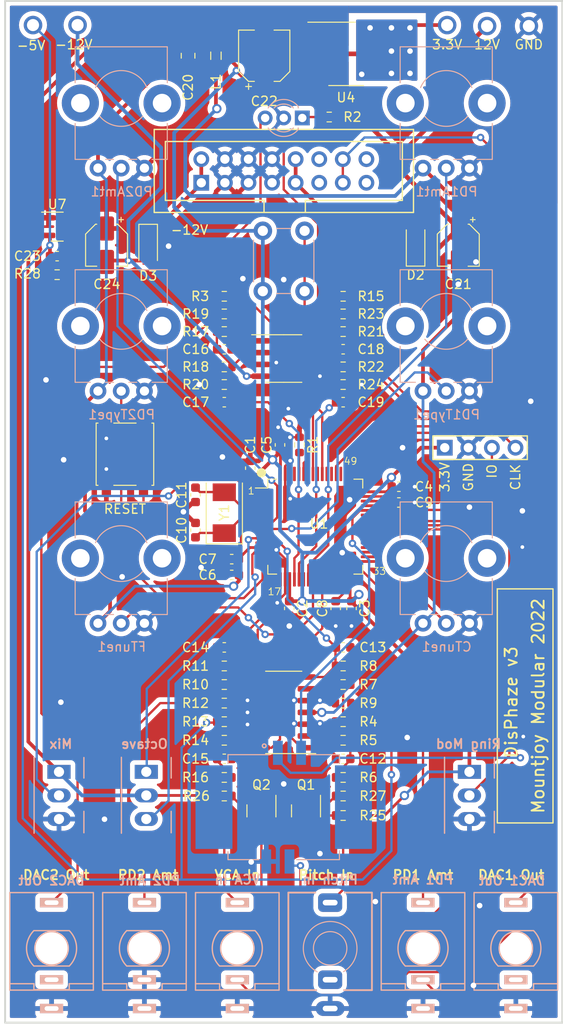
<source format=kicad_pcb>
(kicad_pcb (version 20211014) (generator pcbnew)
  (layers (0 "F.Cu" signal) (31 "B.Cu" signal) (34 "B.Paste" user) (35 "F.Paste" user) (36 "B.SilkS" user "B.Silkscreen") (37 "F.SilkS" user "F.Silkscreen") (38 "B.Mask" user) (39 "F.Mask" user) (44 "Edge.Cuts" user))
  (net 0 "")
  (net 1 "GND")
  (net 2 "+3V3")
  (net 3 "/LED_GREEN")
  (net 4 "Net-(C14-Pad1)")
  (net 5 "Net-(C15-Pad1)")
  (net 6 "Net-(C16-Pad1)")
  (net 7 "Net-(C17-Pad1)")
  (net 8 "VCC")
  (net 9 "VEE")
  (net 10 "/PD1_CV")
  (net 11 "-12V")
  (net 12 "+12V")
  (net 13 "/PD2_CV")
  (net 14 "/AREF_-5")
  (net 15 "+3.3VA")
  (net 16 "/VCA")
  (net 17 "/CTUNE")
  (net 18 "/FTUNE")
  (net 19 "/SWDIO")
  (net 20 "/SWCLK")
  (net 21 "Net-(C13-Pad1)")
  (net 22 "/CV_IN")
  (net 23 "Net-(C18-Pad1)")
  (net 24 "Net-(C19-Pad1)")
  (net 25 "/USB_DM")
  (net 26 "/USB_DP")
  (net 27 "/PD1_POT")
  (net 28 "/PD1_TYPE")
  (net 29 "/PD2_POT")
  (net 30 "/PD2_TYPE")
  (net 31 "/BOOT0")
  (net 32 "/RESET")
  (net 33 "/OCTAVE_DN")
  (net 34 "/OCTAVE_UP")
  (net 35 "/DAC1_RING_MOD")
  (net 36 "/DAC2_MIX")
  (net 37 "Net-(C10-Pad1)")
  (net 38 "/USB_VBUS")
  (net 39 "/LED_RED")
  (net 44 "/VCAP1")
  (net 45 "/VCAP2")
  (net 46 "/PD1Amt_in")
  (net 47 "/PD2Amt_in")
  (net 48 "/VCA_In")
  (net 49 "/DAC1")
  (net 50 "/DAC2")
  (net 51 "/DAC1Out")
  (net 52 "/DAC2Out")
  (net 53 "/ACTION")
  (net 54 "/V_OCT_CV")
  (net 55 "/Pitch_MIDI_In")
  (net 56 "/MIDI_RX")
  (net 57 "Net-(Q1-Pad1)")
  (net 58 "Net-(Q1-Pad3)")
  (net 59 "Net-(C11-Pad1)")
  (net 60 "Net-(C12-Pad1)")
  (net 61 "Net-(C16-Pad2)")
  (net 62 "Net-(C18-Pad2)")
  (net 63 "Net-(D1-Pad1)")
  (net 64 "Net-(D1-Pad3)")
  (net 68 "Net-(J6-Pad2)")
  (footprint "Capacitor_SMD:C_0603_1608Metric" (layer "F.Cu") (at 130.6 115.4 -90)
    (fp_text reference "C2")
    (fp_text value "100nF")
  )
  (footprint "Capacitor_SMD:C_0603_1608Metric" (layer "F.Cu") (at 120.5 103.175 -90)
    (fp_text reference "C10")
    (fp_text value "18pF")
  )
  (footprint "Capacitor_SMD:C_0603_1608Metric" (layer "F.Cu") (at 120.5 106.975 90)
    (fp_text reference "C11")
    (fp_text value "18pF")
  )
  (footprint "Capacitor_SMD:C_0603_1608Metric" (layer "F.Cu") (at 135.6 115.4 90)
    (fp_text reference "C8")
    (fp_text value "2.2uF")
  )
  (footprint "Capacitor_SMD:C_0603_1608Metric" (layer "F.Cu") (at 142.4 104)
    (fp_text reference "C9")
    (fp_text value "2.2uF")
  )
  (footprint "Capacitor_SMD:C_0603_1608Metric" (layer "F.Cu") (at 142.4 102.3)
    (fp_text reference "C4")
    (fp_text value "100nF")
  )
  (footprint "Capacitor_SMD:C_0603_1608Metric" (layer "F.Cu") (at 129.6 97.8 90)
    (fp_text reference "C5")
    (fp_text value "100nF")
  )
  (footprint "Capacitor_SMD:C_0603_1608Metric" (layer "F.Cu") (at 136.4 119.6 180)
    (fp_text reference "C13")
    (fp_text value "1.5nF")
  )
  (footprint "Capacitor_SMD:C_0603_1608Metric" (layer "F.Cu") (at 136.4 131.6 180)
    (fp_text reference "C12")
    (fp_text value "2.2nF")
  )
  (footprint "Capacitor_SMD:C_0603_1608Metric" (layer "F.Cu") (at 123.6 119.6)
    (fp_text reference "C14")
    (fp_text value "2.2nF")
  )
  (footprint "Capacitor_SMD:C_0603_1608Metric" (layer "F.Cu") (at 123.6 93.2)
    (fp_text reference "C17")
    (fp_text value "10uF")
  )
  (footprint "Capacitor_SMD:C_0603_1608Metric" (layer "F.Cu") (at 136.4 93.2 180)
    (fp_text reference "C19")
    (fp_text value "10uF")
  )
  (footprint "Capacitor_SMD:C_0603_1608Metric" (layer "F.Cu") (at 123.6 87.5)
    (fp_text reference "C16")
    (fp_text value "18pF")
  )
  (footprint "Capacitor_SMD:C_0603_1608Metric" (layer "F.Cu") (at 136.4 87.5 180)
    (fp_text reference "C18")
    (fp_text value "18pF")
  )
  (footprint "Capacitor_SMD:C_0603_1608Metric" (layer "F.Cu") (at 105.6 77.475)
    (fp_text reference "C23")
    (fp_text value "100nF")
  )
  (footprint "Custom_Footprints:Eurorack_16_pin_header" (layer "F.Cu") (at 121.125 69.575)
    (fp_text reference "J9" hide)
    (fp_text value "Eurorack_16_pin_power" hide)
  )
  (footprint "Inductor_SMD:L_0805_2012Metric" (layer "F.Cu") (at 122.7 55.9 90)
    (fp_text reference "L1")
    (fp_text value "L")
  )
  (footprint "Resistor_SMD:R_0603_1608Metric" (layer "F.Cu") (at 136.4 81.8)
    (fp_text reference "R15")
    (fp_text value "47k")
  )
  (footprint "Resistor_SMD:R_0603_1608Metric" (layer "F.Cu") (at 136.4 123.6)
    (fp_text reference "R7")
    (fp_text value "82k")
  )
  (footprint "Resistor_SMD:R_0603_1608Metric" (layer "F.Cu") (at 136.4 125.6)
    (fp_text reference "R9")
    (fp_text value "100k")
  )
  (footprint "Resistor_SMD:R_0603_1608Metric" (layer "F.Cu") (at 136.4 127.6)
    (fp_text reference "R4")
    (fp_text value "91k")
  )
  (footprint "Resistor_SMD:R_0603_1608Metric" (layer "F.Cu") (at 136.4 133.6)
    (fp_text reference "R6")
    (fp_text value "100k")
  )
  (footprint "Resistor_SMD:R_0603_1608Metric" (layer "F.Cu") (at 123.6 123.6 180)
    (fp_text reference "R10")
    (fp_text value "68k")
  )
  (footprint "Resistor_SMD:R_0603_1608Metric" (layer "F.Cu") (at 123.6 125.6 180)
    (fp_text reference "R12")
    (fp_text value "100k")
  )
  (footprint "Resistor_SMD:R_0603_1608Metric" (layer "F.Cu") (at 123.6 127.6 180)
    (fp_text reference "R13")
    (fp_text value "68k")
  )
  (footprint "Resistor_SMD:R_0603_1608Metric" (layer "F.Cu") (at 123.6 133.6 180)
    (fp_text reference "R16")
    (fp_text value "100k")
  )
  (footprint "Resistor_SMD:R_0603_1608Metric" (layer "F.Cu") (at 136.4 121.6)
    (fp_text reference "R8")
    (fp_text value "47k")
  )
  (footprint "Resistor_SMD:R_0603_1608Metric" (layer "F.Cu") (at 136.4 129.6)
    (fp_text reference "R5")
    (fp_text value "56k")
  )
  (footprint "Resistor_SMD:R_0603_1608Metric" (layer "F.Cu") (at 123.6 121.6 180)
    (fp_text reference "R11")
    (fp_text value "47k")
  )
  (footprint "Resistor_SMD:R_0603_1608Metric" (layer "F.Cu") (at 123.6 129.6 180)
    (fp_text reference "R14")
    (fp_text value "47k")
  )
  (footprint "Resistor_SMD:R_0603_1608Metric" (layer "F.Cu") (at 123.6 91.3 180)
    (fp_text reference "R20")
    (fp_text value "47k")
  )
  (footprint "Resistor_SMD:R_0603_1608Metric" (layer "F.Cu") (at 123.6 89.4 180)
    (fp_text reference "R18")
    (fp_text value "6.8k")
  )
  (footprint "Resistor_SMD:R_0603_1608Metric" (layer "F.Cu") (at 136.4 89.4)
    (fp_text reference "R22")
    (fp_text value "6.8k")
  )
  (footprint "Resistor_SMD:R_0603_1608Metric" (layer "F.Cu") (at 136.4 85.6)
    (fp_text reference "R21")
    (fp_text value "68k")
  )
  (footprint "Resistor_SMD:R_0603_1608Metric" (layer "F.Cu") (at 123.6 83.7 180)
    (fp_text reference "R19")
    (fp_text value "1k")
  )
  (footprint "Resistor_SMD:R_0603_1608Metric" (layer "F.Cu") (at 136.4 83.7 180)
    (fp_text reference "R23")
    (fp_text value "1k")
  )
  (footprint "Package_QFP:LQFP-64_10x10mm_P0.5mm" (layer "F.Cu") (at 133.4 106.6)
    (fp_text reference "U1")
    (fp_text value "STM32F405RGTx")
  )
  (footprint "Package_SO:SOIC-14_3.9x8.7mm_P1.27mm" (layer "F.Cu") (at 130 126.6 180)
    (fp_text reference "U3" hide)
    (fp_text value "MCP6004")
  )
  (footprint "Package_SO:SOIC-8_3.9x4.9mm_P1.27mm" (layer "F.Cu") (at 130 88.5)
    (fp_text reference "U2" hide)
    (fp_text value "TL072")
  )
  (footprint "Crystal:Crystal_SMD_0603-2Pin_6.0x3.5mm" (layer "F.Cu") (at 123.6 105.1 90)
    (fp_text reference "Y1")
    (fp_text value "12MHz")
  )
  (footprint "Custom_Footprints:SWD_header" (layer "F.Cu") (at 147.34 98.1)
    (fp_text reference "J1" hide)
    (fp_text value "SWD_Header")
  )
  (footprint "Diode_SMD:D_SOD-123" (layer "F.Cu") (at 115.4 76.3 -90)
    (fp_text reference "D3")
    (fp_text value "1N5819")
  )
  (footprint "Diode_SMD:D_SOD-123" (layer "F.Cu") (at 144.2 76.3 90)
    (fp_text reference "D2")
    (fp_text value "1N5819")
  )
  (footprint "Resistor_SMD:R_0603_1608Metric" (layer "F.Cu") (at 105.6 79.475 180)
    (fp_text reference "R28")
    (fp_text value "2.2k")
  )
  (footprint "Resistor_SMD:R_0603_1608Metric" (layer "F.Cu") (at 123.6 85.6 180)
    (fp_text reference "R17")
    (fp_text value "68k")
  )
  (footprint "Capacitor_SMD:CP_Elec_4x5.3" (layer "F.Cu") (at 148.8 76.3 -90)
    (fp_text reference "C21")
    (fp_text value "22uF")
  )
  (footprint "Capacitor_SMD:CP_Elec_4x5.3" (layer "F.Cu") (at 110.925 76.3 -90)
    (fp_text reference "C24")
    (fp_text value "22uF")
  )
  (footprint "Capacitor_SMD:CP_Elec_5x5.4" (layer "F.Cu") (at 127.9 55.9 90)
    (fp_text reference "C22")
    (fp_text value "47uF")
  )
  (footprint "Resistor_SMD:R_0603_1608Metric" (layer "F.Cu") (at 136.4 91.3)
    (fp_text reference "R24")
    (fp_text value "47k")
  )
  (footprint "Capacitor_SMD:C_0603_1608Metric" (layer "F.Cu") (at 123.6 131.6)
    (fp_text reference "C15")
    (fp_text value "1.5nF")
  )
  (footprint "Capacitor_SMD:C_0603_1608Metric" (layer "F.Cu") (at 137.3 115.4 -90)
    (fp_text reference "C3")
    (fp_text value "100nF")
  )
  (footprint "Package_TO_SOT_SMD:SOT-223-3_TabPin2" (layer "F.Cu") (at 136.7 55.7)
    (fp_text reference "U4")
    (fp_text value "LM1117-3.3")
  )
  (footprint "Custom_Footprints:SW_SPST_EVQQ2" (layer "F.Cu") (at 112.9 98.8 -90)
    (fp_text reference "RESET1" hide)
    (fp_text value "SW_Push")
  )
  (footprint "Resistor_SMD:R_0603_1608Metric" (layer "F.Cu") (at 136.4 135.6 180)
    (fp_text reference "R27")
    (fp_text value "4k7")
  )
  (footprint "Package_TO_SOT_SMD:SOT-23" (layer "F.Cu") (at 127.6 137.2 -90)
    (fp_text reference "Q2")
    (fp_text value "MMBT3904")
  )
  (footprint "Capacitor_SMD:C_0805_2012Metric" (layer "F.Cu") (at 119.7 55.9 90)
    (fp_text reference "C20")
    (fp_text value "10uF")
  )
  (footprint "Custom_Footprints:1.3mm_Test_Point" (layer "F.Cu") (at 151.9 52.7)
    (fp_text reference "TP4" hide)
    (fp_text value "TestPoint")
  )
  (footprint "Custom_Footprints:1.3mm_Test_Point" (layer "F.Cu") (at 103 52.6)
    (fp_text reference "TP1" hide)
    (fp_text value "TestPoint")
  )
  (footprint "Resistor_SMD:R_0603_1608Metric" (layer "F.Cu") (at 134.9 62.5)
    (fp_text reference "R2")
    (fp_text value "1k")
  )
  (footprint "Package_TO_SOT_SMD:SOT-23" (layer "F.Cu") (at 132.4 137.2 -90)
    (fp_text reference "Q1")
    (fp_text value "MMBT3904")
  )
  (footprint "Resistor_SMD:R_0603_1608Metric" (layer "F.Cu") (at 131.7 97.8 -90)
    (fp_text reference "R1")
    (fp_text value "100k")
  )
  (footprint "Resistor_SMD:R_0603_1608Metric" (layer "F.Cu") (at 123.6 135.6 180)
    (fp_text reference "R26")
    (fp_text value "4k7")
  )
  (footprint "Capacitor_SMD:C_0603_1608Metric" (layer "F.Cu") (at 124.4 110.1 180)
    (fp_text reference "C7")
    (fp_text value "100nF")
  )
  (footprint "Resistor_SMD:R_0603_1608Metric" (layer "F.Cu") (at 136.4 137.7)
    (fp_text reference "R25")
    (fp_text value "4k7")
  )
  (footprint "Resistor_SMD:R_0603_1608Metric" (layer "F.Cu") (at 123.6 81.8)
    (fp_text reference "R3")
    (fp_text value "1k")
  )
  (footprint "Custom_Footprints:1.3mm_Test_Point" (layer "F.Cu") (at 147.6 52.6)
    (fp_text reference "TP3" hide)
    (fp_text value "TestPoint")
  )
  (footprint "Capacitor_SMD:C_0603_1608Metric" (layer "F.Cu") (at 124.4 111.8 180)
    (fp_text reference "C6")
    (fp_text value "1uF")
  )
  (footprint "Custom_Footprints:1.3mm_Test_Point" (layer "F.Cu") (at 156.4 52.7)
    (fp_text reference "TP2" hide)
    (fp_text value "TestPoint")
  )
  (footprint "Custom_Footprints:1.3mm_Test_Point" (layer "F.Cu") (at 107.8 52.6)
    (fp_text reference "TP5" hide)
    (fp_text value "TestPoint")
  )
  (footprint "Package_TO_SOT_SMD:SOT-23" (layer "F.Cu") (at 105.6 74.3)
    (fp_text reference "U7")
    (fp_text value "LM4040DBZ-5")
  )
  (footprint "Capacitor_SMD:C_0603_1608Metric" (layer "F.Cu") (at 126.4 100.3 90)
    (fp_text reference "C1")
    (fp_text value "4.7uF")
  )
  (footprint "Custom_Footprints:Thonkiconn_Stereo-PJ366ST" (layer "B.Cu") (at 135 152 180)
    (fp_text reference "J3" hide)
    (fp_text value "PItch_In")
  )
  (footprint "Custom_Footprints:THONKICONN_hole" (layer "B.Cu") (at 145 152 180)
    (fp_text reference "J4" hide)
    (fp_text value "PD1_Amt_In" hide)
  )
  (footprint "Custom_Footprints:THONKICONN_hole" (layer "B.Cu") (at 115 152 180)
    (fp_text reference "J5" hide)
    (fp_text value "PD2_Amt_In" hide)
  )
  (footprint "Custom_Footprints:THONKICONN_hole" (layer "B.Cu") (at 125 152 180)
    (fp_text reference "J6" hide)
    (fp_text value "VCA_In" hide)
  )
  (footprint "Custom_Footprints:THONKICONN_hole" (layer "B.Cu") (at 105 152 180)
    (fp_text reference "J7" hide)
    (fp_text value "DAC1_Out" hide)
  )
  (footprint "Custom_Footprints:THONKICONN_hole" (layer "B.Cu") (at 155 152 180)
    (fp_text reference "J8" hide)
    (fp_text value "DAC2_Out" hide)
  )
  (footprint "Custom_Footprints:SPDTSubMiniature" (layer "B.Cu") (at 105.8 133 -90)
    (fp_text reference "SW3" hide)
    (fp_text value "DAC2_Mix_Switch")
  )
  (footprint "Custom_Footprints:SPDTSubMiniature" (layer "B.Cu") (at 115.2 133 -90)
    (fp_text reference "SW1" hide)
    (fp_text value "Octave_Switch")
  )
  (footprint "Custom_Footprints:SW_PUSH_6mm_aligned" (layer "B.Cu") (at 130 78 90)
    (fp_text reference "SW4" hide)
    (fp_text value "SW_Push")
  )
  (footprint "Custom_Footprints:Alpha_9mm_Potentiometer_Aligned" (layer "B.Cu") (at 147.5 109.5 180)
    (fp_text reference "CTune1")
    (fp_text value "B10k")
  )
  (footprint "Custom_Footprints:Alpha_9mm_Potentiometer_Aligned" (layer "B.Cu") (at 112.5 109.5 180)
    (fp_text reference "FTune1")
    (fp_text value "B10k")
  )
  (footprint "Custom_Footprints:Alpha_9mm_Potentiometer_Aligned" (layer "B.Cu") (at 147.5 60.5 180)
    (fp_text reference "PD1Amt1")
    (fp_text value "B10k")
  )
  (footprint "Custom_Footprints:Alpha_9mm_Potentiometer_Aligned" (layer "B.Cu") (at 147.5 84.5 180)
    (fp_text reference "PD1Type1")
    (fp_text value "B10k")
  )
  (footprint "Custom_Footprints:Alpha_9mm_Potentiometer_Aligned" (layer "B.Cu") (at 112.5 60.5 180)
    (fp_text reference "PD2Amt1")
    (fp_text value "B10k")
  )
  (footprint "Custom_Footprints:Alpha_9mm_Potentiometer_Aligned" (layer "B.Cu") (at 112.5 84.5 180)
    (fp_text reference "PD2Type1")
    (fp_text value "B10k")
  )
  (footprint "Custom_Footprints:USB_TE_1734517-1" (layer "B.Cu") (at 130 136.8 180)
    (fp_text reference "J2" hide)
    (fp_text value "USB_B_Micro")
  )
  (footprint "Custom_Footprints:SPDTSubMiniature" (layer "B.Cu") (at 150 133 -90)
    (fp_text reference "SW2" hide)
    (fp_text value "DAC1_RingMod_Switch")
  )
  (footprint "LED_THT:LED_D3.0mm-3" (layer "B.Cu") (at 130 62.6 180)
    (fp_text reference "D1" hide)
    (fp_text value "LED_Dual_AKA")
  )
  (gr_circle (center 127.6 100.8) (end 128 100.8) (layer "F.SilkS") (width 0.2) (fill solid))
  (gr_rect (start 153 113.3) (end 159 138.5) (layer "F.SilkS") (width 0.15) (fill none))
  (gr_line (start 100 160) (end 160 160) (layer "Edge.Cuts") (width 0.2))
  (gr_line (start 160 50) (end 160 160) (layer "Edge.Cuts") (width 0.2))
  (gr_line (start 100 50) (end 160 50) (layer "Edge.Cuts") (width 0.2))
  (gr_line (start 100 50) (end 100 160) (layer "Edge.Cuts") (width 0.2))
  (gr_text "DAC1 Out" (at 154.6 144.7) (layer "B.SilkS") (effects (font (size 1 1) (thickness 0.2)) (justify mirror)))
  (gr_text "PD1 Amt" (at 145 144.6) (layer "B.SilkS") (effects (font (size 1 1) (thickness 0.2)) (justify mirror)))
  (gr_text "Pitch In" (at 135 144.6) (layer "B.SilkS") (effects (font (size 1 1) (thickness 0.2)) (justify mirror)))
  (gr_text "VCA In" (at 125 144.6) (layer "B.SilkS") (effects (font (size 1 1) (thickness 0.2)) (justify mirror)))
  (gr_text "PD2 Amt" (at 115.6 144.7) (layer "B.SilkS") (effects (font (size 1 1) (thickness 0.2)) (justify mirror)))
  (gr_text "DAC2 Out" (at 105 144.7) (layer "B.SilkS") (effects (font (size 1 1) (thickness 0.2)) (justify mirror)))
  (gr_text "Ring Mod" (at 149.9 130) (layer "B.SilkS") (effects (font (size 1 1) (thickness 0.2)) (justify mirror)))
  (gr_text "Octave" (at 115 130) (layer "B.SilkS") (effects (font (size 1 1) (thickness 0.2)) (justify mirror)))
  (gr_text "Mix" (at 106 130) (layer "B.SilkS") (effects (font (size 1 1) (thickness 0.2)) (justify mirror)))
  (gr_text "PD2 Amt" (at 115.4 144.1) (layer "F.SilkS") (effects (font (size 1 1) (thickness 0.2))))
  (gr_text "PD1 Amt" (at 145 144.1) (layer "F.SilkS") (effects (font (size 1 1) (thickness 0.2))))
  (gr_text "DAC1 Out" (at 154.5 144.1) (layer "F.SilkS") (effects (font (size 1 1) (thickness 0.2))))
  (gr_text "VCA In" (at 125 144.1) (layer "F.SilkS") (effects (font (size 1 1) (thickness 0.2))))
  (gr_text "Pitch In" (at 134.6 144.1) (layer "F.SilkS") (effects (font (size 1 1) (thickness 0.2))))
  (gr_text "17" (at 129 113.6) (layer "F.SilkS") (effects (font (size 0.75 0.75) (thickness 0.1))))
  (gr_text "33" (at 140.3 111.4) (layer "F.SilkS") (effects (font (size 0.75 0.75) (thickness 0.1))))
  (gr_text "49" (at 137.2 99.55) (layer "F.SilkS") (effects (font (size 0.75 0.75) (thickness 0.1))))
  (gr_text "1" (at 126.5 102.75) (layer "F.SilkS") (effects (font (size 0.75 0.75) (thickness 0.1))))
  (gr_text "3.3V" (at 147.6 54.7) (layer "F.SilkS") (effects (font (size 1 1))))
  (gr_text "DAC2 Out" (at 105.5 144.1) (layer "F.SilkS") (effects (font (size 1 1) (thickness 0.2))))
  (gr_text "12V" (at 151.9 54.7) (layer "F.SilkS") (effects (font (size 1 1))))
  (gr_text "RESET" (at 112.9 104.7) (layer "F.SilkS") (effects (font (size 1 1))))
  (gr_text "-12V" (at 107.4 54.7) (layer "F.SilkS") (effects (font (size 1 1))))
  (gr_text "DisPhaze v3" (at 154.5 125.5 90) (layer "F.SilkS") (effects (font (size 1.3 1.3) (thickness 0.2))))
  (gr_text "GND" (at 156.4 54.7) (layer "F.SilkS") (effects (font (size 1 1))))
  (gr_text "Mountjoy Modular 2022" (at 157.4 125.9 90) (layer "F.SilkS") (effects (font (size 1.3 1.3) (thickness 0.2))))
  (gr_text "-5V" (at 102.8 54.8) (layer "F.SilkS") (effects (font (size 1 1))))
  (segment (start 120.5 103.95) (end 120.25 103.95) (width 0.5) (layer "F.Cu") (net 1))
  (segment (start 130.5 93.9) (end 131.7 95.1) (width 0.25) (layer "F.Cu") (net 1))
  (segment (start 128.565006 108.35) (end 129.2 108.984994) (width 0.25) (layer "F.Cu") (net 1))
  (segment (start 131.7 95.1) (end 131.7 96.975) (width 0.25) (layer "F.Cu") (net 1))
  (segment (start 130.675 96.975) (end 129.65 96.975) (width 0.25) (layer "F.Cu") (net 1))
  (segment (start 131.17 127.87) (end 132.475 127.87) (width 0.4) (layer "F.Cu") (net 1))
  (segment (start 130.7 99.5) (end 130.7 97) (width 0.25) (layer "F.Cu") (net 1))
  (segment (start 130.15 110.05) (end 129.2 109.1) (width 0.25) (layer "F.Cu") (net 1))
  (segment (start 130.15 112.275) (end 130.15 110.05) (width 0.25) (layer "F.Cu") (net 1))
  (segment (start 127.525 89.135) (end 129.000345 89.135) (width 0.25) (layer "F.Cu") (net 1))
  (segment (start 130.7 97) (end 130.675 96.975) (width 0.25) (layer "F.Cu") (net 1))
  (segment (start 120.5 106.2) (end 120.4 106.2) (width 0.5) (layer "F.Cu") (net 1))
  (segment (start 130.15 100.925) (end 130.15 103.05) (width 0.25) (layer "F.Cu") (net 1))
  (segment (start 120.25 103.95) (end 119.2 105) (width 0.5) (layer "F.Cu") (net 1))
  (segment (start 130.15 103.05) (end 130.7 103.6) (width 0.25) (layer "F.Cu") (net 1))
  (segment (start 130.15 113.822862) (end 129.3 114.672862) (width 0.25) (layer "F.Cu") (net 1))
  (segment (start 129.000345 89.135) (end 129.1995 88.935845) (width 0.25) (layer "F.Cu") (net 1))
  (segment (start 120.4 106.2) (end 119.2 105) (width 0.5) (layer "F.Cu") (net 1))
  (segment (start 131.7 96.975) (end 130.675 96.975) (width 0.25) (layer "F.Cu") (net 1))
  (segment (start 130.7 99.534994) (end 130.7 99.5) (width 0.25) (layer "F.Cu") (net 1))
  (segment (start 129.65 96.975) (end 129.6 97.025) (width 0.25) (layer "F.Cu") (net 1))
  (segment (start 131.1 125.3) (end 132.405 125.3) (width 0.4) (layer "F.Cu") (net 1))
  (segment (start 130.15 100.084994) (end 130.7 99.534994) (width 0.25) (layer "F.Cu") (net 1))
  (segment (start 129.3 114.672862) (end 129.3 114.8) (width 0.25) (layer "F.Cu") (net 1))
  (segment (start 127.725 108.35) (end 128.565006 108.35) (width 0.25) (layer "F.Cu") (net 1))
  (segment (start 130.15 112.275) (end 130.15 113.822862) (width 0.25) (layer "F.Cu") (net 1))
  (segment (start 129.2 108.984994) (end 129.2 109.1) (width 0.25) (layer "F.Cu") (net 1))
  (segment (start 130.15 100.925) (end 130.15 100.084994) (width 0.25) (layer "F.Cu") (net 1))
  (segment (start 131.1 127.8) (end 131.17 127.87) (width 0.4) (layer "F.Cu") (net 1))
  (via (at 130 80) (size 1) (drill 0.6) (layers "F.Cu" "B.Cu") (net 1))
  (via (at 112.6 112) (size 1) (drill 0.6) (layers "F.Cu" "B.Cu") (net 1))
  (via (at 121.1 111) (size 1) (drill 0.6) (layers "F.Cu" "B.Cu") (net 1))
  (via (at 155.7 104.9) (size 1) (drill 0.6) (layers "F.Cu" "B.Cu") (net 1))
  (via (at 155.8 129.2) (size 0.8) (drill 0.4) (layers "F.Cu" "B.Cu") (net 1))
  (via (at 129.4 95.9) (size 0.8) (drill 0.4) (layers "F.Cu" "B.Cu") (net 1))
  (via (at 150.7 78.1) (size 1) (drill 0.6) (layers "F.Cu" "B.Cu") (net 1))
  (via (at 138.4 91.3) (size 0.8) (drill 0.4) (layers "F.Cu" "B.Cu") (net 1))
  (via (at 106.3 99.4) (size 1) (drill 0.6) (layers "F.Cu" "B.Cu") (net 1))
  (via (at 129.2 109.1) (size 0.8) (drill 0.4) (layers "F.Cu" "B.Cu") (net 1))
  (via (at 133.9 125.3) (size 0.8) (drill 0.4) (layers "F.Cu" "B.Cu") (net 1))
  (via (at 117.6 76.4) (size 1) (drill 0.6) (layers "F.Cu" "B.Cu") (net 1))
  (via (at 137.1 103.7) (size 1) (drill 0.6) (layers "F.Cu" "B.Cu") (net 1))
  (via (at 104.4 90.8) (size 1) (drill 0.6) (layers "F.Cu" "B.Cu") (net 1))
  (via (at 126.5 142.7) (size 1) (drill 0.6) (layers "F.Cu" "B.Cu") (net 1))
  (via (at 144.1 102.3) (size 0.8) (drill 0.4) (layers "F.Cu" "B.Cu") (net 1))
  (via (at 155.7 108.8) (size 0.8) (drill 0.4) (layers "F.Cu" "B.Cu") (net 1))
  (via (at 106 125.5) (size 1) (drill 0.6) (layers "F.Cu" "B.Cu") (net 1))
  (via (at 130.5 93.9) (size 0.8) (drill 0.4) (layers "F.Cu" "B.Cu") (net 1))
  (via (at 150 104.5) (size 1) (drill 0.6) (layers "F.Cu" "B.Cu") (net 1))
  (via (at 156.6 93.1) (size 1) (drill 0.6) (layers "F.Cu" "B.Cu") (net 1))
  (via (at 110.7 138.1) (size 1) (drill 0.6) (layers "F.Cu" "B.Cu") (net 1))
  (via (at 130.7 103.6) (size 0.8) (drill 0.4) (layers "F.Cu" "B.Cu") (net 1))
  (via (at 126.1 126.6) (size 0.8) (drill 0.4) (layers "F.Cu" "B.Cu") (net 1))
  (via (at 150.434598 155.990421) (size 1) (drill 0.6) (layers "F.Cu" "B.Cu") (net 1))
  (via (at 130 134.3) (size 1) (drill 0.6) (layers "F.Cu" "B.Cu") (net 1))
  (via (at 135.6 117.3) (size 0.8) (drill 0.4) (layers "F.Cu" "B.Cu") (net 1))
  (via (at 126.1 125.3) (size 0.8) (drill 0.4) (layers "F.Cu" "B.Cu") (net 1))
  (via (at 144.1 104) (size 0.8) (drill 0.4) (layers "F.Cu" "B.Cu") (net 1))
  (via (at 110.9 100.4) (size 0.8) (drill 0.4) (layers "F.Cu" "B.Cu") (net 1))
  (via (at 133.9 141.8) (size 1) (drill 0.6) (layers "F.Cu" "B.Cu") (net 1))
  (via (at 120.9 91.3) (size 1) (drill 0.6) (layers "F.Cu" "B.Cu") (net 1))
  (via (at 130.6 117.3) (size 1) (drill 0.6) (layers "F.Cu" "B.Cu") (net 1))
  (via (at 143.3 129.3) (size 1) (drill 0.6) (layers "F.Cu" "B.Cu") (net 1))
  (via (at 130.7 99.5) (size 0.8) (drill 0.4) (layers "F.Cu" "B.Cu") (net 1))
  (via (at 123.4 99.1) (size 1) (drill 0.6) (layers "F.Cu" "B.Cu") (net 1))
  (via (at 129.1995 88.935845) (size 0.8) (drill 0.4) (layers "F.Cu" "B.Cu") (net 1))
  (via (at 129.3 114.8) (size 0.8) (drill 0.4) (layers "F.Cu" "B.Cu") (net 1))
  (via (at 139.86699 146.96699) (size 1) (drill 0.6) (layers "F.Cu" "B.Cu") (net 1))
  (via (at 119.2 105) (size 1) (drill 0.6) (layers "F.Cu" "B.Cu") (net 1))
  (via (at 133.9 127.8) (size 0.8) (drill 0.4) (layers "F.Cu" "B.Cu") (net 1))
  (via (at 136.3 109.4) (size 1) (drill 0.6) (layers "F.Cu" "B.Cu") (net 1))
  (via (at 125.6 79.9) (size 1) (drill 0.6) (layers "F.Cu" "B.Cu") (net 1))
  (via (at 137.3 117.3) (size 0.8) (drill 0.4) (layers "F.Cu" "B.Cu") (net 1))
  (via (at 131.1 127.8) (size 0.8) (drill 0.4) (layers "F.Cu" "B.Cu") (net 1))
  (via (at 142.8 98.1) (size 1) (drill 0.6) (layers "F.Cu" "B.Cu") (net 1))
  (via (at 126.1 127.9) (size 0.8) (drill 0.4) (layers "F.Cu" "B.Cu") (net 1))
  (via (at 110.9 97.1) (size 0.8) (drill 0.4) (layers "F.Cu" "B.Cu") (net 1))
  (via (at 130.675 96.975) (size 0.8) (drill 0.4) (layers "F.Cu" "B.Cu") (net 1))
  (via (at 131.1 125.3) (size 0.8) (drill 0.4) (layers "F.Cu" "B.Cu") (net 1))
  (via (at 148.8 80.5) (size 1) (drill 0.6) (layers "F.Cu" "B.Cu") (net 1))
  (via (at 151.1 147.4) (size 1) (drill 0.6) (layers "F.Cu" "B.Cu") (net 1))
  (via (at 133.9 90.4) (size 0.8) (drill 0.4) (layers "F.Cu" "B.Cu") (net 1))
  (segment (start 138.1 113.9) (end 138.025 113.9) (width 0.4) (layer "F.Cu") (net 2))
  (segment (start 127.725 102.85) (end 127.025 102.85) (width 0.3) (layer "F.Cu") (net 2))
  (segment (start 127.1 101.075) (end 129.6 98.575) (width 0.4) (layer "F.Cu") (net 2))
  (segment (start 130.65 112.275) (end 130.65 114.575) (width 0.3) (layer "F.Cu") (net 2))
  (segment (start 137.3 114.7) (end 140.2 117.6) (width 0.4) (layer "F.Cu") (net 2))
  (segment (start 129.65 98.625) (end 129.6 98.575) (width 0.3) (layer "F.Cu") (net 2))
  (segment (start 131.975 114.625) (end 132 114.6) (width 0.4) (layer "F.Cu") (net 2))
  (segment (start 143 135.55) (end 140.85 137.7) (width 0.3) (layer "F.Cu") (net 2))
  (segment (start 127.7 102.85) (end 127.025 102.85) (width 0.25) (layer "F.Cu") (net 2))
  (segment (start 138.025 113.9) (end 137.3 114.625) (width 0.4) (layer "F.Cu") (net 2))
  (segment (start 144.8 98.1) (end 141.6 101.3) (width 0.4) (layer "F.Cu") (net 2))
  (segment (start 140.85 137.7) (end 137.225 137.7) (width 0.3) (layer "F.Cu") (net 2))
  (segment (start 127.73125 58.21875) (end 125.61875 58.21875) (width 0.4) (layer "F.Cu") (net 2))
  (segment (start 150 127.4) (end 140.2 117.6) (width 0.4) (layer "F.Cu") (net 2))
  (segment (start 129.6 98.575) (end 129.6 98.6) (width 0.4) (layer "F.Cu") (net 2))
  (segment (start 115.2 135.54) (end 122.715 135.54) (width 0.3) (layer "F.Cu") (net 2))
  (segment (start 130.6 114.625) (end 131.975 114.625) (width 0.4) (layer "F.Cu") (net 2))
  (segment (start 137.15 112.275) (end 137.15 114.475) (width 0.3) (layer "F.Cu") (net 2))
  (segment (start 137.15 114.475) (end 137.3 114.625) (width 0.3) (layer "F.Cu") (net 2))
  (segment (start 139.85 55.7) (end 133.55 55.7) (width 0.5) (layer "F.Cu") (net 2))
  (segment (start 141.075 102.85) (end 141.625 102.3) (width 0.3) (layer "F.Cu") (net 2))
  (segment (start 130.3 55.7) (end 127.9 58.1) (width 0.5) (layer "F.Cu") (net 2))
  (segment (start 129.65 100.925) (end 129.65 98.625) (width 0.3) (layer "F.Cu") (net 2))
  (segment (start 141.625 101.325) (end 141.6 101.3) (width 0.3) (layer "F.Cu") (net 2))
  (segment (start 125.61875 58.21875) (end 124.9 57.5) (width 0.4) (layer "F.Cu") (net 2))
  (segment (start 102.5 61.7) (end 110.8 53.4) (width 0.4) (layer "F.Cu") (net 2))
  (segment (start 147.34 98.1) (end 144.8 98.1) (width 0.4) (layer "F.Cu") (net 2))
  (segment (start 121.3 53.4) (end 124.9 57) (width 0.4) (layer "F.Cu") (net 2))
  (segment (start 110.8 53.4) (end 121.3 53.4) (width 0.4) (layer "F.Cu") (net 2))
  (segment (start 150 133) (end 150 127.4) (width 0.4) (layer "F.Cu") (net 2))
  (segment (start 141.625 102.3) (end 141.625 101.325) (width 0.3) (layer "F.Cu") (net 2))
  (segment (start 130.65 114.575) (end 130.6 114.625) (width 0.3) (layer "F.Cu") (net 2))
  (segment (start 126.4 102.225) (end 126.4 101.075) (width 0.3) (layer "F.Cu") (net 2))
  (segment (start 105.75 133) (end 102.5 129.75) (width 0.4) (layer "F.Cu") (net 2))
  (segment (start 102.5 129.75) (end 102.5 61.7) (width 0.4) (layer "F.Cu") (net 2))
  (segment (start 122.715 135.54) (end 122.775 135.6) (width 0.3) (layer "F.Cu") (net 2))
  (segment (start 127.95 58) (end 127.73125 58.21875) (width 0.4) (layer "F.Cu") (net 2))
  (segment (start 133.55 55.7) (end 130.3 55.7) (width 0.5) (layer "F.Cu") (net 2))
  (segment (start 143.7 52.6) (end 147.6 52.6) (width 0.4) (layer "F.Cu") (net 2))
  (segment (start 139.075 102.85) (end 141.075 102.85) (width 0.3) (layer "F.Cu") (net 2))
  (segment (start 127.025 102.85) (end 126.4 102.225) (width 0.3) (layer "F.Cu") (net 2))
  (segment (start 124.9 57) (end 124.9 57.5) (width 0.4) (layer "F.Cu") (net 2))
  (segment (start 126.4 101.075) (end 127.1 101.075) (width 0.4) (layer "F.Cu") (net 2))
  (segment (start 137.3 114.625) (end 137.3 114.7) (width 0.4) (layer "F.Cu") (net 2))
  (via (at 128.8 99.4) (size 1) (drill 0.6) (layers "F.Cu" "B.Cu") (net 2))
  (via (at 138.1 113.9) (size 1) (drill 0.6) (layers "F.Cu" "B.Cu") (net 2))
  (via (at 132 114.6) (size 1) (drill 0.6) (layers "F.Cu" "B.Cu") (net 2))
  (via (at 141.6 101.3) (size 1) (drill 0.6) (layers "F.Cu" "B.Cu") (net 2))
  (via (at 124.9 57.5) (size 0.8) (drill 0.4) (layers "F.Cu" "B.Cu") (net 2))
  (via (at 143.6 55.4) (size 1) (drill 0.6) (layers "F.Cu" "B.Cu") (net 2))
  (via (at 143.6 57.8) (size 1) (drill 0.6) (layers "F.Cu" "B.Cu") (net 2))
  (via (at 138.4 57.9) (size 1) (drill 0.6) (layers "F.Cu" "B.Cu") (net 2))
  (via (at 141.6 52.9) (size 1) (drill 0.6) (layers "F.Cu" "B.Cu") (net 2))
  (via (at 141.6 57.8) (size 1) (drill 0.6) (layers "F.Cu" "B.Cu") (net 2))
  (via (at 139.3 52.9) (size 1) (drill 0.6) (layers "F.Cu" "B.Cu") (net 2))
  (via (at 141.6 55.4) (size 1) (drill 0.6) (layers "F.Cu" "B.Cu") (net 2))
  (via (at 143 135.55) (size 1) (drill 0.6) (layers "F.Cu" "B.Cu") (net 2))
  (via (at 143.6 52.9) (size 1) (drill 0.6) (layers "F.Cu" "B.Cu") (net 2))
  (segment (start 133.5 109.4) (end 141.6 101.3) (width 0.4) (layer "B.Cu") (net 2))
  (segment (start 127.75 74.75) (end 120.75 74.75) (width 0.4) (layer "B.Cu") (net 2))
  (segment (start 132 114.6) (end 132 109.4) (width 0.4) (layer "B.Cu") (net 2))
  (segment (start 127.75 98.35) (end 127.75 74.75) (width 0.4) (layer "B.Cu") (net 2))
  (segment (start 120.75 74.75) (end 118.2 72.2) (width 0.4) (layer "B.Cu") (net 2))
  (segment (start 150 133) (end 145.55 133) (width 0.3) (layer "B.Cu") (net 2))
  (segment (start 105.75 133) (end 108.29 135.54) (width 0.4) (layer "B.Cu") (net 2))
  (segment (start 118.2 72.2) (end 118.2 64.2) (width 0.4) (layer "B.Cu") (net 2))
  (segment (start 132 109.4) (end 133.5 109.4) (width 0.4) (layer "B.Cu") (net 2))
  (segment (start 138.1 113.9) (end 137.4 114.6) (width 0.4) (layer "B.Cu") (net 2))
  (segment (start 108.29 135.54) (end 115.25 135.54) (width 0.4) (layer "B.Cu") (net 2))
  (segment (start 118.2 64.2) (end 124.9 57.5) (width 0.4) (layer "B.Cu") (net 2))
  (segment (start 129.6 100.2) (end 128.8 99.4) (width 0.4) (layer "B.Cu") (net 2))
  (segment (start 132 109.4) (end 129.6 107) (width 0.4) (layer "B.Cu") (net 2))
  (segment (start 128.8 99.4) (end 127.75 98.35) (width 0.4) (layer "B.Cu") (net 2))
  (segment (start 137.4 114.6) (end 132 114.6) (width 0.4) (layer "B.Cu") (net 2))
  (segment (start 129.6 107) (end 129.6 100.2) (width 0.4) (layer "B.Cu") (net 2))
  (segment (start 145.55 133) (end 143 135.55) (width 0.3) (layer "B.Cu") (net 2))
  (segment (start 132.15 99.75) (end 132.7 99.2) (width 0.25) (layer "F.Cu") (net 3))
  (segment (start 129.924001 92.124001) (end 129.924001 85.924001) (width 0.25) (layer "F.Cu") (net 3))
  (segment (start 132.7 94.9) (end 129.924001 92.124001) (width 0.25) (layer "F.Cu") (net 3))
  (segment (start 129.924001 85.924001) (end 125.8 81.8) (width 0.25) (layer "F.Cu") (net 3))
  (segment (start 132.15 100.925) (end 132.15 99.75) (width 0.25) (layer "F.Cu") (net 3))
  (segment (start 132.7 99.2) (end 132.7 94.9) (width 0.25) (layer "F.Cu") (net 3))
  (segment (start 125.8 81.8) (end 124.425 81.8) (width 0.25) (layer "F.Cu") (net 3))
  (segment (start 127.525 124.06) (end 124.885 124.06) (width 0.25) (layer "F.Cu") (net 4))
  (segment (start 122.775 119.65) (end 122.825 119.6) (width 0.25) (layer "F.Cu") (net 4))
  (segment (start 122.775 121.95) (end 122.775 121.6) (width 0.25) (layer "F.Cu") (net 4))
  (segment (start 124.425 123.6) (end 122.775 121.95) (width 0.25) (layer "F.Cu") (net 4))
  (segment (start 124.885 124.06) (end 124.425 123.6) (width 0.25) (layer "F.Cu") (net 4))
  (segment (start 124.425 125.6) (end 124.425 123.6) (width 0.25) (layer "F.Cu") (net 4))
  (segment (start 122.775 121.6) (end 122.775 119.65) (width 0.25) (layer "F.Cu") (net 4))
  (segment (start 124.425 127.675) (end 122.775 129.325) (width 0.25) (layer "F.Cu") (net 5))
  (segment (start 122.825 131.6) (end 122.825 131.8125) (width 0.25) (layer "F.Cu") (net 5))
  (segment (start 122.775 129.6) (end 122.775 131.55) (width 0.25) (layer "F.Cu") (net 5))
  (segment (start 122.775 129.325) (end 122.775 129.6) (width 0.25) (layer "F.Cu") (net 5))
  (segment (start 125.965 129.14) (end 124.425 127.6) (width 0.25) (layer "F.Cu") (net 5))
  (segment (start 124.425 133.4125) (end 124.425 133.6) (width 0.25) (layer "F.Cu") (net 5))
  (segment (start 122.825 131.8125) (end 124.425 133.4125) (width 0.25) (layer "F.Cu") (net 5))
  (segment (start 122.775 131.55) (end 122.825 131.6) (width 0.25) (layer "F.Cu") (net 5))
  (segment (start 127.525 129.14) (end 125.965 129.14) (width 0.25) (layer "F.Cu") (net 5))
  (segment (start 124.425 127.6) (end 124.425 127.675) (width 0.25) (layer "F.Cu") (net 5))
  (segment (start 124.425 89.225) (end 124.425 89.4) (width 0.25) (layer "F.Cu") (net 6))
  (segment (start 122.825 87.5) (end 122.825 87.625) (width 0.25) (layer "F.Cu") (net 6))
  (segment (start 122.825 87.625) (end 124.425 89.225) (width 0.25) (layer "F.Cu") (net 6))
  (segment (start 125.96 87.865) (end 124.425 89.4) (width 0.25) (layer "F.Cu") (net 6))
  (segment (start 122.8 85.625) (end 122.8 87.475) (width 0.25) (layer "F.Cu") (net 6))
  (segment (start 122.8 87.475) (end 122.825 87.5) (width 0.25) (layer "F.Cu") (net 6))
  (segment (start 122.775 85.6) (end 122.8 85.625) (width 0.25) (layer "F.Cu") (net 6))
  (segment (start 127.525 87.865) (end 125.96 87.865) (width 0.25) (layer "F.Cu") (net 6))
  (segment (start 124.425 91.3) (end 124.425 91.6) (width 0.25) (layer "F.Cu") (net 7))
  (segment (start 122.775 89.4) (end 122.775 89.65) (width 0.25) (layer "F.Cu") (net 7))
  (segment (start 122.775 89.65) (end 124.425 91.3) (width 0.25) (layer "F.Cu") (net 7))
  (segment (start 124.425 91.6) (end 122.825 93.2) (width 0.25) (layer "F.Cu") (net 7))
  (segment (start 148.1 56.5) (end 151.9 52.7) (width 0.5) (layer "F.Cu") (net 8))
  (segment (start 139.35 77.95) (end 144.2 77.95) (width 0.4) (layer "F.Cu") (net 8))
  (segment (start 135.4 82) (end 135.575 82) (width 0.4) (layer "F.Cu") (net 8))
  (segment (start 148.8 74.5) (end 145.35 77.95) (width 0.5) (layer "F.Cu") (net 8))
  (segment (start 134.3 85.35) (end 134.3 83.1) (width 0.4) (layer "F.Cu") (net 8))
  (segment (start 148.8 74.5) (end 148.8 74.487213) (width 0.5) (layer "F.Cu") (net 8))
  (segment (start 145.35 77.95) (end 144.2 77.95) (width 0.5) (layer "F.Cu") (net 8))
  (segment (start 135.575 81.8) (end 135.575 81.725) (width 0.4) (layer "F.Cu") (net 8))
  (segment (start 142.4 68.1) (end 142.4 66.6) (width 0.5) (layer "F.Cu") (net 8))
  (segment (start 134.3 83.1) (end 135.4 82) (width 0.4) (layer "F.Cu") (net 8))
  (segment (start 133.8 58) (end 133.6 58) (width 0.5) (layer "F.Cu") (net 8))
  (segment (start 133.055 86.595) (end 134.3 85.35) (width 0.4) (layer "F.Cu") (net 8))
  (segment (start 135.575 81.725) (end 139.35 77.95) (width 0.4) (layer "F.Cu") (net 8))
  (segment (start 132.475 86.595) (end 133.055 86.595) (width 0.4) (layer "F.Cu") (net 8))
  (segment (start 142.4 66.6) (end 133.8 58) (width 0.5) (layer "F.Cu") (net 8))
  (segment (start 148.1 61) (end 148.1 56.5) (width 0.5) (layer "F.Cu") (net 8))
  (segment (start 142.4 66.7) (end 148.1 61) (width 0.5) (layer "F.Cu") (net 8))
  (segment (start 148.8 74.487213) (end 142.4 68.087213) (width 0.5) (layer "F.Cu") (net 8))
  (segment (start 113.275 77.95) (end 111.075 77.95) (width 0.4) (layer "F.Cu") (net 9))
  (segment (start 127.525 90.405) (end 126.005 90.405) (width 0.4) (layer "F.Cu") (net 9))
  (segment (start 110.4 78.1) (end 110.55 77.95) (width 0.4) (layer "F.Cu") (net 9))
  (segment (start 106.425 79.475) (end 107.8 78.1) (width 0.4) (layer "F.Cu") (net 9))
  (segment (start 126.005 90.405) (end 126 90.4) (width 0.4) (layer "F.Cu") (net 9))
  (segment (start 115.4 77.95) (end 113.275 77.95) (width 0.4) (layer "F.Cu") (net 9))
  (segment (start 107.8 78.1) (end 110.4 78.1) (width 0.4) (layer "F.Cu") (net 9))
  (via (at 113.275 77.95) (size 0.8) (drill 0.4) (layers "F.Cu" "B.Cu") (net 9))
  (via (at 126 90.4) (size 0.8) (drill 0.4) (layers "F.Cu" "B.Cu") (net 9))
  (segment (start 116.8 70.1) (end 116.8 65.8) (width 0.4) (layer "B.Cu") (net 9))
  (segment (start 116.8 65.8) (end 107.8 56.8) (width 0.4) (layer "B.Cu") (net 9))
  (segment (start 107.8 56.8) (end 107.8 52.6) (width 0.4) (layer "B.Cu") (net 9))
  (segment (start 126 90.4) (end 113.55 77.95) (width 0.4) (layer "B.Cu") (net 9))
  (segment (start 113.275 77.95) (end 113.275 73.625) (width 0.4) (layer "B.Cu") (net 9))
  (segment (start 113.275 73.625) (end 116.8 70.1) (width 0.4) (layer "B.Cu") (net 9))
  (segment (start 127.725 107.35) (end 128.565006 107.35) (width 0.25) (layer "F.Cu") (net 10))
  (segment (start 134.385 122.79) (end 135.575 121.6) (width 0.25) (layer "F.Cu") (net 10))
  (segment (start 128.565006 107.35) (end 130.376483 109.161477) (width 0.25) (layer "F.Cu") (net 10))
  (segment (start 134.625 118.6) (end 134.6 118.6) (width 0.25) (layer "F.Cu") (net 10))
  (segment (start 135.625 119.6) (end 134.625 118.6) (width 0.25) (layer "F.Cu") (net 10))
  (segment (start 135.575 119.65) (end 135.625 119.6) (width 0.25) (layer "F.Cu") (net 10))
  (segment (start 132.475 122.79) (end 134.385 122.79) (width 0.25) (layer "F.Cu") (net 10))
  (segment (start 130.376483 109.161477) (end 130.376483 109.251885) (width 0.25) (layer "F.Cu") (net 10))
  (segment (start 135.575 121.6) (end 135.575 119.65) (width 0.25) (layer "F.Cu") (net 10))
  (via (at 134.6 118.6) (size 0.8) (drill 0.4) (layers "F.Cu" "B.Cu") (net 10))
  (via (at 130.376483 109.251885) (size 0.8) (drill 0.4) (layers "F.Cu" "B.Cu") (net 10))
  (segment (start 134.6 118.6) (end 130.4 114.4) (width 0.25) (layer "B.Cu") (net 10))
  (segment (start 130.4 114.4) (end 130.4 109.275402) (width 0.25) (layer "B.Cu") (net 10))
  (segment (start 130.4 109.275402) (end 130.376483 109.251885) (width 0.25) (layer "B.Cu") (net 10))
  (segment (start 116.15 74.65) (end 115.4 74.65) (width 0.4) (layer "F.Cu") (net 11))
  (segment (start 121.125 67.035) (end 121.125 69.575) (width 0.4) (layer "F.Cu") (net 11))
  (segment (start 121.125 69.675) (end 116.15 74.65) (width 0.4) (layer "F.Cu") (net 11))
  (segment (start 131.285 69.585) (end 136.35 74.65) (width 0.4) (layer "F.Cu") (net 12))
  (segment (start 131.285 67.035) (end 131.285 69.585) (width 0.4) (layer "F.Cu") (net 12))
  (segment (start 136.35 74.65) (end 144.2 74.65) (width 0.4) (layer "F.Cu") (net 12))
  (segment (start 128.82452 113.05088) (end 127.4 114.4754) (width 0.25) (layer "F.Cu") (net 13))
  (segment (start 128.82452 110.109514) (end 128.82452 113.05088) (width 0.25) (layer "F.Cu") (net 13))
  (segment (start 127.725 109.85) (end 128.565006 109.85) (width 0.25) (layer "F.Cu") (net 13))
  (segment (start 124.425 121.6) (end 124.425 119.65) (width 0.25) (layer "F.Cu") (net 13))
  (segment (start 128.565006 109.85) (end 128.82452 110.109514) (width 0.25) (layer "F.Cu") (net 13))
  (segment (start 127.525 122.79) (end 125.615 122.79) (width 0.25) (layer "F.Cu") (net 13))
  (segment (start 124.425 119.65) (end 124.375 119.6) (width 0.25) (layer "F.Cu") (net 13))
  (segment (start 127.4 116.575) (end 124.375 119.6) (width 0.25) (layer "F.Cu") (net 13))
  (segment (start 125.615 122.79) (end 124.425 121.6) (width 0.25) (layer "F.Cu") (net 13))
  (segment (start 127.4 114.4754) (end 127.4 116.575) (width 0.25) (layer "F.Cu") (net 13))
  (segment (start 137.225 123.675) (end 136.4 124.5) (width 0.25) (layer "F.Cu") (net 14))
  (segment (start 140.5 127.6) (end 141.6 128.7) (width 0.25) (layer "F.Cu") (net 14))
  (segment (start 137.225 123.6) (end 137.225 123.675) (width 0.25) (layer "F.Cu") (net 14))
  (segment (start 137.225 127.5125) (end 137.225 127.6) (width 0.25) (layer "F.Cu") (net 14))
  (segment (start 122.675 127.7) (end 122.775 127.6) (width 0.25) (layer "F.Cu") (net 14))
  (segment (start 104.8 79.45) (end 104.8 77.5) (width 0.4) (layer "F.Cu") (net 14))
  (segment (start 121.7 127.7) (end 122.675 127.7) (width 0.25) (layer "F.Cu") (net 14))
  (segment (start 104.825 77.3) (end 104.825 76.3) (width 0.4) (layer "F.Cu") (net 14))
  (segment (start 136.4 124.5) (end 136.4 126.6875) (width 0.25) (layer "F.Cu") (net 14))
  (segment (start 141.6 128.7) (end 141.6 133.3) (width 0.25) (layer "F.Cu") (net 14))
  (segment (start 122.775 123.6) (end 122.775 123.675) (width 0.25) (layer "F.Cu") (net 14))
  (segment (start 123.6 124.5) (end 123.6 126.6875) (width 0.25) (layer "F.Cu") (net 14))
  (segment (start 104.8 77.325) (end 104.825 77.3) (width 0.4) (layer "F.Cu") (net 14))
  (segment (start 136.4 126.6875) (end 137.225 127.5125) (width 0.25) (layer "F.Cu") (net 14))
  (segment (start 104.775 79.475) (end 104.8 79.45) (width 0.4) (layer "F.Cu") (net 14))
  (segment (start 104.825 75.4125) (end 104.825 76.3) (width 0.4) (layer "F.Cu") (net 14))
  (segment (start 137.225 127.6) (end 140.5 127.6) (width 0.25) (layer "F.Cu") (net 14))
  (segment (start 104.6625 75.25) (end 104.825 75.4125) (width 0.4) (layer "F.Cu") (net 14))
  (segment (start 122.775 123.675) (end 123.6 124.5) (width 0.25) (layer "F.Cu") (net 14))
  (segment (start 123.6 126.6875) (end 122.775 127.5125) (width 0.25) (layer "F.Cu") (net 14))
  (segment (start 122.775 127.5125) (end 122.775 127.6) (width 0.25) (layer "F.Cu") (net 14))
  (via (at 141.6 133.3) (size 0.8) (drill 0.4) (layers "F.Cu" "B.Cu") (net 14))
  (via (at 121.7 127.7) (size 0.8) (drill 0.4) (layers "F.Cu" "B.Cu") (net 14))
  (via (at 104.825 76.3) (size 0.8) (drill 0.4) (layers "F.Cu" "B.Cu") (net 14))
  (segment (start 119 144.5) (end 119 130.4) (width 0.25) (layer "B.Cu") (net 14))
  (segment (start 101.9 138) (end 101.9 79.225) (width 0.25) (layer "B.Cu") (net 14))
  (segment (start 118.9 144.6) (end 108.5 144.6) (width 0.25) (layer "B.Cu") (net 14))
  (segment (start 104.825 54.425) (end 104.825 76.3) (width 0.25) (layer "B.Cu") (net 14))
  (segment (start 101.9 79.225) (end 104.825 76.3) (width 0.25) (layer "B.Cu") (net 14))
  (segment (start 138.5 144.6) (end 141.6 141.5) (width 0.25) (layer "B.Cu") (net 14))
  (segment (start 119 144.5) (end 118.9 144.6) (width 0.25) (layer "B.Cu") (net 14))
  (segment (start 103 52.6) (end 104.825 54.425) (width 0.25) (layer "B.Cu") (net 14))
  (segment (start 108.5 144.6) (end 101.9 138) (width 0.25) (layer "B.Cu") (net 14))
  (segment (start 141.6 141.5) (end 141.6 133.3) (width 0.25) (layer "B.Cu") (net 14))
  (segment (start 118.9 144.6) (end 138.5 144.6) (width 0.25) (layer "B.Cu") (net 14))
  (segment (start 119 130.4) (end 121.7 127.7) (width 0.25) (layer "B.Cu") (net 14))
  (segment (start 110 117) (end 111.3 115.7) (width 0.4) (layer "F.Cu") (net 15))
  (segment (start 150.2 70.7) (end 147.7 70.7) (width 0.4) (layer "F.Cu") (net 15))
  (segment (start 111.3 115.7) (end 111.3 107.6) (width 0.4) (layer "F.Cu") (net 15))
  (segment (start 110 64.2) (end 117.35 56.85) (width 0.4) (layer "F.Cu") (net 15))
  (segment (start 108.6 104.9) (end 108.6 93.4) (width 0.4) (layer "F.Cu") (net 15))
  (segment (start 119.8125 56.9625) (end 119.7 56.85) (width 0.4) (layer "F.Cu") (net 15))
  (segment (start 153.1 73.6) (end 150.2 70.7) (width 0.4) (layer "F.Cu") (net 15))
  (segment (start 125.175 110.1) (end 125.175 111.8) (width 0.4) (layer "F.Cu") (net 15))
  (segment (start 147.7 70.7) (end 145 68) (width 0.4) (layer "F.Cu") (net 15))
  (segment (start 111.3 107.6) (end 108.6 104.9) (width 0.4) (layer "F.Cu") (net 15))
  (segment (start 132.475 126.6) (end 134.1 126.6) (width 0.3) (layer "F.Cu") (net 15))
  (segment (start 122.7 61.5) (end 122.8 61.6) (width 0.4) (layer "F.Cu") (net 15))
  (segment (start 122.7 56.9625) (end 122.7 61.5) (width 0.4) (layer "F.Cu") (net 15))
  (segment (start 125.175 110.025) (end 125.175 110.1) (width 0.3) (layer "F.Cu") (net 15))
  (segment (start 125.175 111.8) (end 125.175 112.43951) (width 0.4) (layer "F.Cu") (net 15))
  (segment (start 108.6 93.4) (end 110 92) (width 0.4) (layer "F.Cu") (net 15))
  (segment (start 122.7 56.9625) (end 119.8125 56.9625) (width 0.4) (layer "F.Cu") (net 15))
  (segment (start 117.35 56.85) (end 119.7 56.85) (width 0.4) (layer "F.Cu") (net 15))
  (segment (start 125.175 112.43951) (end 124.603072 113.011438) (width 0.4) (layer "F.Cu") (net 15))
  (segment (start 110 68) (end 110 64.2) (width 0.4) (layer "F.Cu") (net 15))
  (segment (start 126.35 108.85) (end 125.175 110.025) (width 0.3) (layer "F.Cu") (net 15))
  (segment (start 127.725 108.85) (end 126.35 108.85) (width 0.3) (layer "F.Cu") (net 15))
  (segment (start 145 87.6) (end 153.1 79.5) (width 0.4) (layer "F.Cu") (net 15))
  (segment (start 153.1 79.5) (end 153.1 73.6) (width 0.4) (layer "F.Cu") (net 15))
  (segment (start 145 92) (end 145 87.6) (width 0.4) (layer "F.Cu") (net 15))
  (via (at 122.8 61.6) (size 1) (drill 0.6) (layers "F.Cu" "B.Cu") (net 15))
  (via (at 134.1 126.6) (size 1) (drill 0.6) (layers "F.Cu" "B.Cu") (net 15))
  (via (at 124.603072 113.011438) (size 1) (drill 0.6) (layers "F.Cu" "B.Cu") (net 15))
  (segment (start 145 68) (end 142 71) (width 0.4) (layer "B.Cu") (net 15))
  (segment (start 135.4 126.6) (end 134.1 126.6) (width 0.3) (layer "B.Cu") (net 15))
  (segment (start 142 71) (end 120 71) (width 0.4) (layer "B.Cu") (net 15))
  (segment (start 110 92) (end 110.9 91.1) (width 0.3) (layer "B.Cu") (net 15))
  (segment (start 110.9 91.1) (end 110.9 69.3) (width 0.3) (layer "B.Cu") (net 15))
  (segment (start 110.9 69.3) (end 110 68.4) (width 0.3) (layer "B.Cu") (net 15))
  (segment (start 119.4 65) (end 122.8 61.6) (width 0.4) (layer "B.Cu") (net 15))
  (segment (start 146.2 100.8) (end 146.2 115.8) (width 0.3) (layer "B.Cu") (net 15))
  (segment (start 145 92) (end 145 99.6) (width 0.3) (layer "B.Cu") (net 15))
  (segment (start 110 68.4) (end 110 68) (width 0.3) (layer "B.Cu") (net 15))
  (segment (start 146.2 115.8) (end 145 117) (width 0.3) (layer "B.Cu") (net 15))
  (segment (start 145 117) (end 135.4 126.6) (width 0.3) (layer "B.Cu") (net 15))
  (segment (start 120 71) (end 119.4 70.4) (width 0.4) (layer "B.Cu") (net 15))
  (segment (start 110 117) (end 113.988562 113.011438) (width 0.3) (layer "B.Cu") (net 15))
  (segment (start 113.988562 113.011438) (end 124.603072 113.011438) (width 0.3) (layer "B.Cu") (net 15))
  (segment (start 145 99.6) (end 146.2 100.8) (width 0.3) (layer "B.Cu") (net 15))
  (segment (start 119.4 70.4) (end 119.4 65) (width 0.4) (layer "B.Cu") (net 15))
  (segment (start 125.235 130.41) (end 127.525 130.41) (width 0.25) (layer "F.Cu") (net 16))
  (segment (start 129.65 113.25) (end 128.3 114.6) (width 0.25) (layer "F.Cu") (net 16))
  (segment (start 125.235 130.41) (end 124.425 129.6) (width 0.25) (layer "F.Cu") (net 16))
  (segment (start 127.525 130.41) (end 128.69 130.41) (width 0.25) (layer "F.Cu") (net 16))
  (segment (start 124.375 131.6) (end 124.375 131.27) (width 0.25) (layer "F.Cu") (net 16))
  (segment (start 129.65 112.275) (end 129.65 113.25) (width 0.25) (layer "F.Cu") (net 16))
  (segment (start 124.375 131.27) (end 125.235 130.41) (width 0.25) (layer "F.Cu") (net 16))
  (segment (start 129.6 121.4) (end 127.2 119) (width 0.25) (layer "F.Cu") (net 16))
  (segment (start 128.3 116.6) (end 128.3 114.6) (width 0.25) (layer "F.Cu") (net 16))
  (segment (start 127.2 119) (end 127.2 117.7) (width 0.25) (layer "F.Cu") (net 16))
  (segment (start 129.6 129.5) (end 129.6 121.4) (width 0.25) (layer "F.Cu") (net 16))
  (segment (start 127.2 117.7) (end 128.3 116.6) (width 0.25) (layer "F.Cu") (net 16))
  (segment (start 128.69 130.41) (end 129.6 129.5) (width 0.25) (layer "F.Cu") (net 16))
  (segment (start 135.084994 111) (end 134.65 111.434994) (width 0.25) (layer "F.Cu") (net 17))
  (segment (start 138.1 111) (end 135.084994 111) (width 0.25) (layer "F.Cu") (net 17))
  (segment (start 144.8 114.3) (end 141.4 114.3) (width 0.25) (layer "F.Cu") (net 17))
  (segment (start 147.5 117) (end 144.8 114.3) (width 0.25) (layer "F.Cu") (net 17))
  (segment (start 134.65 111.434994) (end 134.65 112.275) (width 0.25) (layer "F.Cu") (net 17))
  (segment (start 141.4 114.3) (end 138.1 111) (width 0.25) (layer "F.Cu") (net 17))
  (segment (start 133.15 116.15) (end 131.1 118.2) (width 0.25) (layer "F.Cu") (net 18))
  (segment (start 114.2 115.3) (end 112.5 117) (width 0.25) (layer "F.Cu") (net 18))
  (segment (start 133.15 112.275) (end 133.15 116.15) (width 0.25) (layer "F.Cu") (net 18))
  (segment (start 126.2 116.4) (end 125.1 115.3) (width 0.25) (layer "F.Cu") (net 18))
  (segment (start 131.1 118.2) (end 128 118.2) (width 0.25) (layer "F.Cu") (net 18))
  (segment (start 125.1 115.3) (end 114.2 115.3) (width 0.25) (layer "F.Cu") (net 18))
  (via (at 128 118.2) (size 0.8) (drill 0.4) (layers "F.Cu" "B.Cu") (net 18))
  (via (at 126.2 116.4) (size 0.8) (drill 0.4) (layers "F.Cu" "B.Cu") (net 18))
  (segment (start 126.2 116.4) (end 128 118.2) (width 0.25) (layer "B.Cu") (net 18))
  (segment (start 140.185704 103.85) (end 141.135224 104.79952) (width 0.25) (layer "F.Cu") (net 19))
  (segment (start 152.42 99.35) (end 152.42 98.1) (width 0.25) (layer "F.Cu") (net 19))
  (segment (start 139.075 103.85) (end 140.185704 103.85) (width 0.25) (layer "F.Cu") (net 19))
  (segment (start 141.135224 104.79952) (end 146.97048 104.79952) (width 0.25) (layer "F.Cu") (net 19))
  (segment (start 146.97048 104.79952) (end 152.42 99.35) (width 0.25) (layer "F.Cu") (net 19))
  (segment (start 154.96 98.1) (end 153.36 96.5) (width 0.25) (layer "F.Cu") (net 20))
  (segment (start 141.575 96.5) (end 137.15 100.925) (width 0.25) (layer "F.Cu") (net 20))
  (segment (start 153.36 96.5) (end 141.575 96.5) (width 0.25) (layer "F.Cu") (net 20))
  (segment (start 137.175 119.6) (end 137.175 121.55) (width 0.25) (layer "F.Cu") (net 21))
  (segment (start 137.225 121.7875) (end 137.225 121.6) (width 0.25) (layer "F.Cu") (net 21))
  (segment (start 135.575 123.6) (end 135.115 124.06) (width 0.25) (layer "F.Cu") (net 21))
  (segment (start 135.575 123.6) (end 135.575 123.4375) (width 0.25) (layer "F.Cu") (net 21))
  (segment (start 137.175 121.55) (end 137.225 121.6) (width 0.25) (layer "F.Cu") (net 21))
  (segment (start 135.575 123.4375) (end 137.225 121.7875) (width 0.25) (layer "F.Cu") (net 21))
  (segment (start 135.115 124.06) (end 132.475 124.06) (width 0.25) (layer "F.Cu") (net 21))
  (segment (start 135.575 125.6) (end 135.575 123.6) (width 0.25) (layer "F.Cu") (net 21))
  (segment (start 156.1 157.2) (end 158.9 154.4) (width 0.25) (layer "F.Cu") (net 22))
  (segment (start 145 155.38) (end 146.82 157.2) (width 0.25) (layer "F.Cu") (net 22))
  (segment (start 136.365 68.97) (end 136.365 67.035) (width 0.25) (layer "F.Cu") (net 22))
  (segment (start 158.9 154.4) (end 158.9 72.4) (width 0.25) (layer "F.Cu") (net 22))
  (segment (start 158.9 72.4) (end 151.2 64.7) (width 0.25) (layer "F.Cu") (net 22))
  (segment (start 146.82 157.2) (end 156.1 157.2) (width 0.25) (layer "F.Cu") (net 22))
  (via (at 151.2 64.7) (size 0.8) (drill 0.4) (layers "F.Cu" "B.Cu") (net 22))
  (segment (start 136.365 67.035) (end 138.7 64.7) (width 0.25) (layer "B.Cu") (net 22))
  (segment (start 138.7 64.7) (end 151.2 64.7) (width 0.25) (layer "B.Cu") (net 22))
  (segment (start 137.175 85.65) (end 137.225 85.6) (width 0.25) (layer "F.Cu") (net 23))
  (segment (start 137.175 87.8) (end 135.575 89.4) (width 0.25) (layer "F.Cu") (net 23))
  (segment (start 132.475 89.135) (end 134.035 89.135) (width 0.25) (layer "F.Cu") (net 23))
  (segment (start 134.035 89.135) (end 134.3 89.4) (width 0.25) (layer "F.Cu") (net 23))
  (segment (start 134.3 89.4) (end 135.575 89.4) (width 0.25) (layer "F.Cu") (net 23))
  (segment (start 137.175 87.5) (end 137.175 87.8) (width 0.25) (layer "F.Cu") (net 23))
  (segment (start 137.175 87.5) (end 137.175 85.65) (width 0.25) (layer "F.Cu") (net 23))
  (segment (start 137.175 93.2) (end 137.175 92.9) (width 0.25) (layer "F.Cu") (net 24))
  (segment (start 137.225 89.65) (end 135.575 91.3) (width 0.25) (layer "F.Cu") (net 24))
  (segment (start 137.225 89.4) (end 137.225 89.65) (width 0.25) (layer "F.Cu") (net 24))
  (segment (start 137.175 92.9) (end 135.575 91.3) (width 0.25) (layer "F.Cu") (net 24))
  (segment (start 139.075 104.85) (end 138.234994 104.85) (width 0.25) (layer "F.Cu") (net 25))
  (segment (start 137.4 105.684994) (end 137.4 108.4) (width 0.25) (layer "F.Cu") (net 25))
  (segment (start 138.234994 104.85) (end 137.4 105.684994) (width 0.25) (layer "F.Cu") (net 25))
  (via (at 137.4 108.4) (size 0.8) (drill 0.4) (layers "F.Cu" "B.Cu") (net 25))
  (segment (start 131.87 130.95) (end 131.87 124.33) (width 0.25) (layer "B.Cu") (net 25))
  (segment (start 139.2 110.2) (end 137.4 108.4) (width 0.25) (layer "B.Cu") (net 25))
  (segment (start 131.87 124.33) (end 139.2 117) (width 0.25) (layer "B.Cu") (net 25))
  (segment (start 139.2 117) (end 139.2 110.2) (width 0.25) (layer "B.Cu") (net 25))
  (segment (start 140.05 104.35) (end 141.700969 106.000969) (width 0.25) (layer "F.Cu") (net 26))
  (segment (start 131.8 147.3) (end 131.8 143.1) (width 0.25) (layer "F.Cu") (net 26))
  (segment (start 156.6 107.928576) (end 156.6 137.879022) (width 0.25) (layer "F.Cu") (net 26))
  (segment (start 145.479022 149) (end 133.5 149) (width 0.25) (layer "F.Cu") (net 26))
  (segment (start 154.672393 106.000969) (end 156.6 107.928576) (width 0.25) (layer "F.Cu") (net 26))
  (segment (start 141.700969 106.000969) (end 154.672393 106.000969) (width 0.25) (layer "F.Cu") (net 26))
  (segment (start 133.5 149) (end 131.8 147.3) (width 0.25) (layer "F.Cu") (net 26))
  (segment (start 139.075 104.35) (end 140.05 104.35) (width 0.25) (layer "F.Cu") (net 26))
  (segment (start 156.6 137.879022) (end 145.479022 149) (width 0.25) (layer "F.Cu") (net 26))
  (via (at 131.8 143.1) (size 0.8) (drill 0.4) (layers "F.Cu" "B.Cu") (net 26))
  (segment (start 131.8 143.1) (end 131.07 143.1) (width 0.25) (layer "B.Cu") (net 26))
  (segment (start 131.07 143.1) (end 130.62 142.65) (width 0.25) (layer "B.Cu") (net 26))
  (segment (start 134.8 108.6) (end 134.8 102.6) (width 0.25) (layer "F.Cu") (net 27))
  (segment (start 132.65 110.75) (end 134.8 108.6) (width 0.25) (layer "F.Cu") (net 27))
  (segment (start 132.65 112.275) (end 132.65 110.75) (width 0.25) (layer "F.Cu") (net 27))
  (via (at 134.8 102.6) (size 0.8) (drill 0.4) (layers "F.Cu" "B.Cu") (net 27))
  (segment (start 147.5 85.2) (end 134.8 97.9) (width 0.25) (layer "B.Cu") (net 27))
  (segment (start 147.5 68) (end 147.5 85.2) (width 0.25) (layer "B.Cu") (net 27))
  (segment (start 134.8 97.9) (end 134.8 102.6) (width 0.25) (layer "B.Cu") (net 27))
  (segment (start 130.807755 106.85) (end 130.857755 106.8) (width 0.25) (layer "F.Cu") (net 28))
  (segment (start 127.725 106.85) (end 130.807755 106.85) (width 0.25) (layer "F.Cu") (net 28))
  (via (at 130.857755 106.8) (size 0.8) (drill 0.4) (layers "F.Cu" "B.Cu") (net 28))
  (segment (start 144.1 90) (end 135.8 98.3) (width 0.25) (layer "B.Cu") (net 28))
  (segment (start 132.9 106.8) (end 130.857755 106.8) (width 0.25) (layer "B.Cu") (net 28))
  (segment (start 147.5 92) (end 145.5 90) (width 0.25) (layer "B.Cu") (net 28))
  (segment (start 135.8 103.9) (end 132.9 106.8) (width 0.25) (layer "B.Cu") (net 28))
  (segment (start 145.5 90) (end 144.1 90) (width 0.25) (layer "B.Cu") (net 28))
  (segment (start 135.8 98.3) (end 135.8 103.9) (width 0.25) (layer "B.Cu") (net 28))
  (segment (start 129.3 102.2) (end 128.7 101.6) (width 0.25) (layer "F.Cu") (net 29))
  (segment (start 128.565006 106.35) (end 129.3 105.615006) (width 0.25) (layer "F.Cu") (net 29))
  (segment (start 129.3 105.615006) (end 129.3 102.2) (width 0.25) (layer "F.Cu") (net 29))
  (segment (start 127.725 106.35) (end 128.565006 106.35) (width 0.25) (layer "F.Cu") (net 29))
  (via (at 128.7 101.6) (size 0.8) (drill 0.4) (layers "F.Cu" "B.Cu") (net 29))
  (segment (start 112.1 68.4) (end 112.1 85) (width 0.25) (layer "B.Cu") (net 29))
  (segment (start 112.1 85) (end 128.7 101.6) (width 0.25) (layer "B.Cu") (net 29))
  (segment (start 112.5 68) (end 112.1 68.4) (width 0.25) (layer "B.Cu") (net 29))
  (segment (start 125.7 114.3) (end 116.8 114.3) (width 0.25) (layer "F.Cu") (net 30))
  (segment (start 127.725 110.35) (end 127.725 112.275) (width 0.25) (layer "F.Cu") (net 30))
  (segment (start 127.725 112.275) (end 125.7 114.3) (width 0.25) (layer "F.Cu") (net 30))
  (segment (start 116.8 114.3) (end 112.5 110) (width 0.25) (layer "F.Cu") (net 30))
  (segment (start 112.5 110) (end 112.5 92) (width 0.25) (layer "F.Cu") (net 30))
  (segment (start 131.65 100.9) (end 131.65 98.675) (width 0.25) (layer "F.Cu") (net 31))
  (segment (start 131.65 98.675) (end 131.7 98.625) (width 0.25) (layer "F.Cu") (net 31))
  (segment (start 127.725 105.85) (end 126.74929 105.85) (width 0.25) (layer "F.Cu") (net 32))
  (segment (start 119.8 109.1) (end 114.9 104.2) (width 0.25) (layer "F.Cu") (net 32))
  (segment (start 125.1 109.1) (end 119.8 109.1) (width 0.25) (layer "F.Cu") (net 32))
  (segment (start 114.9 104.2) (end 114.9 102.2) (width 0.25) (layer "F.Cu") (net 32))
  (segment (start 125.4 108.8) (end 125.1 109.1) (width 0.25) (layer "F.Cu") (net 32))
  (segment (start 114.9 102.2) (end 114.9 95.4) (width 0.25) (layer "F.Cu") (net 32))
  (segment (start 126.74929 105.85) (end 125.4 107.19929) (width 0.25) (layer "F.Cu") (net 32))
  (segment (start 125.4 107.19929) (end 125.4 108.8) (width 0.25) (layer "F.Cu") (net 32))
  (segment (start 126.35 107.85) (end 126.2 108) (width 0.25) (layer "F.Cu") (net 33))
  (segment (start 127.725 107.85) (end 126.35 107.85) (width 0.25) (layer "F.Cu") (net 33))
  (via (at 126.2 108) (size 0.8) (drill 0.4) (layers "F.Cu" "B.Cu") (net 33))
  (segment (start 126.2 108) (end 126.2 113.1) (width 0.25) (layer "B.Cu") (net 33))
  (segment (start 126.2 113.1) (end 115.25 124.05) (width 0.25) (layer "B.Cu") (net 33))
  (segment (start 115.25 124.05) (end 115.25 133) (width 0.25) (layer "B.Cu") (net 33))
  (segment (start 126.62548 111.733078) (end 126.9245 112.032098) (width 0.25) (layer "F.Cu") (net 34))
  (segment (start 127.725 109.35) (end 126.884994 109.35) (width 0.25) (layer "F.Cu") (net 34))
  (segment (start 126.62548 109.609514) (end 126.62548 111.733078) (width 0.25) (layer "F.Cu") (net 34))
  (segment (start 126.884994 109.35) (end 126.62548 109.609514) (width 0.25) (layer "F.Cu") (net 34))
  (via (at 126.9245 112.032098) (size 0.8) (drill 0.4) (layers "F.Cu" "B.Cu") (net 34))
  (segment (start 117.6 136.1) (end 117.6 123.2) (width 0.25) (layer "B.Cu") (net 34))
  (segment (start 126.9245 113.8755) (end 126.9245 112.032098) (width 0.25) (layer "B.Cu") (net 34))
  (segment (start 117.6 123.2) (end 126.9245 113.8755) (width 0.25) (layer "B.Cu") (net 34))
  (segment (start 115.25 138.08) (end 115.62 138.08) (width 0.25) (layer "B.Cu") (net 34))
  (segment (start 115.62 138.08) (end 117.6 136.1) (width 0.25) (layer "B.Cu") (net 34))
  (segment (start 141.8 106.9) (end 154.3 106.9) (width 0.25) (layer "F.Cu") (net 35))
  (segment (start 140.35 108.35) (end 141.8 106.9) (width 0.25) (layer "F.Cu") (net 35))
  (segment (start 154.3 131.24) (end 150 135.54) (width 0.25) (layer "F.Cu") (net 35))
  (segment (start 139.075 108.35) (end 140.35 108.35) (width 0.25) (layer "F.Cu") (net 35))
  (segment (start 154.3 106.9) (end 154.3 131.24) (width 0.25) (layer "F.Cu") (net 35))
  (segment (start 124.250978 100.8) (end 120.1 100.8) (width 0.25) (layer "F.Cu") (net 36))
  (segment (start 126.800978 103.35) (end 124.250978 100.8) (width 0.25) (layer "F.Cu") (net 36))
  (segment (start 127.725 103.35) (end 126.800978 103.35) (width 0.25) (layer "F.Cu") (net 36))
  (segment (start 120.1 100.8) (end 117.6 103.3) (width 0.25) (layer "F.Cu") (net 36))
  (via (at 117.6 103.3) (size 0.8) (drill 0.4) (layers "F.Cu" "B.Cu") (net 36))
  (segment (start 103.4 133.8) (end 103.4 109.3) (width 0.25) (layer "B.Cu") (net 36))
  (segment (start 103.4 109.3) (end 109.4 103.3) (width 0.25) (layer "B.Cu") (net 36))
  (segment (start 105.75 135.54) (end 105.14 135.54) (width 0.25) (layer "B.Cu") (net 36))
  (segment (start 109.4 103.3) (end 117.6 103.3) (width 0.25) (layer "B.Cu") (net 36))
  (segment (start 105.14 135.54) (end 103.4 133.8) (width 0.25) (layer "B.Cu") (net 36))
  (segment (start 120.5 102.4) (end 120.975 102.875) (width 0.25) (layer "F.Cu") (net 37))
  (segment (start 127.7 104.85) (end 125.85 104.85) (width 0.25) (layer "F.Cu") (net 37))
  (segment (start 125.85 104.85) (end 124.4 103.4) (width 0.25) (layer "F.Cu") (net 37))
  (segment (start 120.975 102.875) (end 123.6 102.875) (width 0.25) (layer "F.Cu") (net 37))
  (segment (start 124.4 103.4) (end 123.6 103.4) (width 0.25) (layer "F.Cu") (net 37))
  (segment (start 141.35048 106.45048) (end 154.486197 106.45048) (width 0.25) (layer "F.Cu") (net 38))
  (segment (start 154.8 106.764283) (end 154.8 130.8) (width 0.25) (layer "F.Cu") (net 38))
  (segment (start 139.075 105.85) (end 140.75 105.85) (width 0.25) (layer "F.Cu") (net 38))
  (segment (start 154.8 130.8) (end 155.487701 131.487701) (width 0.25) (layer "F.Cu") (net 38))
  (segment (start 140.75 105.85) (end 141.35048 106.45048) (width 0.25) (layer "F.Cu") (net 38))
  (segment (start 154.486197 106.45048) (end 154.8 106.764283) (width 0.25) (layer "F.Cu") (net 38))
  (via (at 155.487701 131.487701) (size 0.8) (drill 0.4) (layers "F.Cu" "B.Cu") (net 38))
  (segment (start 129.37 131.725) (end 130.745 133.1) (width 0.25) (layer "B.Cu") (net 38))
  (segment (start 130.745 133.1) (end 134.1 133.1) (width 0.25) (layer "B.Cu") (net 38))
  (segment (start 135.712299 131.487701) (end 155.487701 131.487701) (width 0.25) (layer "B.Cu") (net 38))
  (segment (start 134.1 133.1) (end 135.712299 131.487701) (width 0.25) (layer "B.Cu") (net 38))
  (segment (start 129.37 130.95) (end 129.37 131.725) (width 0.25) (layer "B.Cu") (net 38))
  (segment (start 130.9 91.1) (end 130.9 85.8) (width 0.25) (layer "F.Cu") (net 39))
  (segment (start 134.15 100.925) (end 134.15 94.35) (width 0.25) (layer "F.Cu") (net 39))
  (segment (start 130 70.3) (end 130 66.1) (width 0.25) (layer "F.Cu") (net 39))
  (segment (start 133.7 83) (end 133.7 74) (width 0.25) (layer "F.Cu") (net 39))
  (segment (start 131 65.1) (end 133.125 65.1) (width 0.25) (layer "F.Cu") (net 39))
  (segment (start 130 66.1) (end 131 65.1) (width 0.25) (layer "F.Cu") (net 39))
  (segment (start 130.9 85.8) (end 133.7 83) (width 0.25) (layer "F.Cu") (net 39))
  (segment (start 133.125 65.1) (end 135.725 62.5) (width 0.25) (layer "F.Cu") (net 39))
  (segment (start 134.15 94.35) (end 130.9 91.1) (width 0.25) (layer "F.Cu") (net 39))
  (segment (start 133.7 74) (end 130 70.3) (width 0.25) (layer "F.Cu") (net 39))
  (segment (start 136.65 112.275) (end 136.65 113.575) (width 0.25) (layer "F.Cu") (net 44))
  (segment (start 136.65 113.575) (end 135.6 114.625) (width 0.25) (layer "F.Cu") (net 44))
  (segment (start 140.975 103.35) (end 141.625 104) (width 0.25) (layer "F.Cu") (net 45))
  (segment (start 139.075 103.35) (end 140.975 103.35) (width 0.25) (layer "F.Cu") (net 45))
  (segment (start 141.7 125.6) (end 137.225 125.6) (width 0.25) (layer "F.Cu") (net 46))
  (segment (start 145 128.9) (end 141.7 125.6) (width 0.25) (layer "F.Cu") (net 46))
  (segment (start 145 147.08) (end 145 128.9) (width 0.25) (layer "F.Cu") (net 46))
  (segment (start 112.5 129.8) (end 116.7 125.6) (width 0.25) (layer "F.Cu") (net 47))
  (segment (start 112.5 140.8) (end 112.5 129.8) (width 0.25) (layer "F.Cu") (net 47))
  (segment (start 115 143.3) (end 112.5 140.8) (width 0.25) (layer "F.Cu") (net 47))
  (segment (start 116.7 125.6) (end 122.775 125.6) (width 0.25) (layer "F.Cu") (net 47))
  (segment (start 115 147.08) (end 115 143.3) (width 0.25) (layer "F.Cu") (net 47))
  (segment (start 123.6 134.425) (end 123.6 145.68) (width 0.25) (layer "F.Cu") (net 48))
  (segment (start 123.6 145.68) (end 125 147.08) (width 0.25) (layer "F.Cu") (net 48))
  (segment (start 122.775 133.6) (end 123.6 134.425) (width 0.25) (layer "F.Cu") (net 48))
  (segment (start 131.15 109.990078) (end 131.6 109.540078) (width 0.25) (layer "F.Cu") (net 49))
  (segment (start 131.6 109.540078) (end 131.6 102.6) (width 0.25) (layer "F.Cu") (net 49))
  (segment (start 131.15 112.3) (end 131.15 109.990078) (width 0.25) (layer "F.Cu") (net 49))
  (segment (start 128.3 93.2) (end 130.6 95.5) (width 0.25) (layer "F.Cu") (net 49))
  (segment (start 124.375 93.2) (end 128.3 93.2) (width 0.25) (layer "F.Cu") (net 49))
  (via (at 130.6 95.5) (size 0.8) (drill 0.4) (layers "F.Cu" "B.Cu") (net 49))
  (via (at 131.6 102.6) (size 0.8) (drill 0.4) (layers "F.Cu" "B.Cu") (net 49))
  (segment (start 131.6 102.6) (end 131.6 96.5) (width 0.25) (layer "B.Cu") (net 49))
  (segment (start 131.6 96.5) (end 130.6 95.5) (width 0.25) (layer "B.Cu") (net 49))
  (segment (start 135.025 93.8) (end 134.9 93.8) (width 0.25) (layer "F.Cu") (net 50))
  (segment (start 135.625 93.2) (end 135.025 93.8) (width 0.25) (layer "F.Cu") (net 50))
  (segment (start 133.5 108.7) (end 133.5 102.6) (width 0.25) (layer "F.Cu") (net 50))
  (segment (start 131.65 110.55) (end 133.5 108.7) (width 0.25) (layer "F.Cu") (net 50))
  (segment (start 131.65 112.3) (end 131.65 110.55) (width 0.25) (layer "F.Cu") (net 50))
  (via (at 133.5 102.6) (size 0.8) (drill 0.4) (layers "F.Cu" "B.Cu") (net 50))
  (via (at 134.9 93.8) (size 0.8) (drill 0.4) (layers "F.Cu" "B.Cu") (net 50))
  (segment (start 134.9 93.8) (end 133.5 95.2) (width 0.25) (layer "B.Cu") (net 50))
  (segment (start 133.5 95.2) (end 133.5 102.6) (width 0.25) (layer "B.Cu") (net 50))
  (segment (start 122.775 83.725) (end 117.1 89.4) (width 0.25) (layer "F.Cu") (net 51))
  (segment (start 108.7 89.4) (end 103.9 94.2) (width 0.25) (layer "F.Cu") (net 51))
  (segment (start 103.9 94.2) (end 103.9 126.7) (width 0.25) (layer "F.Cu") (net 51))
  (segment (start 107.8 144.28) (end 105 147.08) (width 0.25) (layer "F.Cu") (net 51))
  (segment (start 117.1 89.4) (end 108.7 89.4) (width 0.25) (layer "F.Cu") (net 51))
  (segment (start 107.8 130.6) (end 107.8 144.28) (width 0.25) (layer "F.Cu") (net 51))
  (segment (start 103.9 126.7) (end 107.8 130.6) (width 0.25) (layer "F.Cu") (net 51))
  (segment (start 122.775 83.7) (end 122.775 83.725) (width 0.25) (layer "F.Cu") (net 51))
  (segment (start 157.9 98.0246) (end 154.8754 95) (width 0.25) (layer "F.Cu") (net 52))
  (segment (start 155 147.08) (end 157.9 144.18) (width 0.25) (layer "F.Cu") (net 52))
  (segment (start 140.1 86.5) (end 137.3 83.7) (width 0.25) (layer "F.Cu") (net 52))
  (segment (start 137.3 83.7) (end 137.225 83.7) (width 0.25) (layer "F.Cu") (net 52))
  (segment (start 144.8 95) (end 140.1 90.3) (width 0.25) (layer "F.Cu") (net 52))
  (segment (start 154.8754 95) (end 144.8 95) (width 0.25) (layer "F.Cu") (net 52))
  (segment (start 140.1 90.3) (end 140.1 86.5) (width 0.25) (layer "F.Cu") (net 52))
  (segment (start 157.9 144.18) (end 157.9 98.0246) (width 0.25) (layer "F.Cu") (net 52))
  (segment (start 130.4 91.6) (end 130.4 85.4) (width 0.25) (layer "F.Cu") (net 53))
  (segment (start 130.4 85.4) (end 132.25 83.55) (width 0.25) (layer "F.Cu") (net 53))
  (segment (start 133.15 94.35) (end 130.4 91.6) (width 0.25) (layer "F.Cu") (net 53))
  (segment (start 132.25 83.55) (end 132.25 81.25) (width 0.25) (layer "F.Cu") (net 53))
  (segment (start 132.25 81.25) (end 132.25 74.75) (width 0.25) (layer "F.Cu") (net 53))
  (segment (start 133.15 100.925) (end 133.15 94.35) (width 0.25) (layer "F.Cu") (net 53))
  (segment (start 135.625 131.27) (end 134.765 130.41) (width 0.25) (layer "F.Cu") (net 54))
  (segment (start 134.15 112.275) (end 134.15 117.55) (width 0.25) (layer "F.Cu") (net 54))
  (segment (start 130.2 121.5) (end 130.2 128.7) (width 0.25) (layer "F.Cu") (net 54))
  (segment (start 135.625 131.6) (end 135.625 131.27) (width 0.25) (layer "F.Cu") (net 54))
  (segment (start 131.91 130.41) (end 132.475 130.41) (width 0.25) (layer "F.Cu") (net 54))
  (segment (start 134.765 130.41) (end 135.575 129.6) (width 0.25) (layer "F.Cu") (net 54))
  (segment (start 134.15 117.55) (end 130.2 121.5) (width 0.25) (layer "F.Cu") (net 54))
  (segment (start 130.2 128.7) (end 131.91 130.41) (width 0.25) (layer "F.Cu") (net 54))
  (segment (start 132.475 130.41) (end 134.765 130.41) (width 0.25) (layer "F.Cu") (net 54))
  (segment (start 136.4 136.425) (end 136.4 145.68) (width 0.25) (layer "F.Cu") (net 55))
  (segment (start 137.225 135.6) (end 136.4 136.425) (width 0.25) (layer "F.Cu") (net 55))
  (segment (start 137.225 133.6) (end 137.225 135.6) (width 0.25) (layer "F.Cu") (net 55))
  (segment (start 136.4 145.68) (end 135 147.08) (width 0.25) (layer "F.Cu") (net 55))
  (segment (start 157.35 98.45) (end 157.35 139.35) (width 0.25) (layer "F.Cu") (net 56))
  (segment (start 126.916428 138.1375) (end 124.425 135.646072) (width 0.25) (layer "F.Cu") (net 56))
  (segment (start 146.7 150.05) (end 131.75 150.05) (width 0.25) (layer "F.Cu") (net 56))
  (segment (start 127.6 138.1375) (end 126.916428 138.1375) (width 0.25) (layer "F.Cu") (net 56))
  (segment (start 135.65 100.925) (end 135.65 100.084994) (width 0.25) (layer "F.Cu") (net 56))
  (segment (start 124.425 135.646072) (end 124.425 135.6) (width 0.25) (layer "F.Cu") (net 56))
  (segment (start 146.85 149.85) (end 146.85 149.9) (width 0.25) (layer "F.Cu") (net 56))
  (segment (start 127.6 145.9) (end 127.6 138.1375) (width 0.25) (layer "F.Cu") (net 56))
  (segment (start 146.85 149.9) (end 146.7 150.05) (width 0.25) (layer "F.Cu") (net 56))
  (segment (start 157.35 139.35) (end 146.85 149.85) (width 0.25) (layer "F.Cu") (net 56))
  (segment (start 131.75 150.05) (end 127.6 145.9) (width 0.25) (layer "F.Cu") (net 56))
  (segment (start 154.7 95.8) (end 157.35 98.45) (width 0.25) (layer "F.Cu") (net 56))
  (segment (start 139.934994 95.8) (end 154.7 95.8) (width 0.25) (layer "F.Cu") (net 56))
  (segment (start 135.65 100.084994) (end 139.934994 95.8) (width 0.25) (layer "F.Cu") (net 56))
  (segment (start 134.9125 136.2625) (end 133.25 136.2625) (width 0.25) (layer "F.Cu") (net 57))
  (segment (start 135.575 135.6) (end 134.9125 136.2625) (width 0.25) (layer "F.Cu") (net 57))
  (segment (start 128.55 136.65) (end 128.55 136.2625) (width 0.25) (layer "F.Cu") (net 58))
  (segment (start 134.0625 138.1375) (end 130.0375 138.1375) (width 0.25) (layer "F.Cu") (net 58))
  (segment (start 130.0375 138.1375) (end 128.55 136.65) (width 0.25) (layer "F.Cu") (net 58))
  (segment (start 134.5 137.7) (end 134.0625 138.1375) (width 0.25) (layer "F.Cu") (net 58))
  (segment (start 135.575 137.7) (end 134.5 137.7) (width 0.25) (layer "F.Cu") (net 58))
  (segment (start 125.75 105.35) (end 123.6 107.5) (width 0.25) (layer "F.Cu") (net 59))
  (segment (start 127.7 105.35) (end 125.75 105.35) (width 0.25) (layer "F.Cu") (net 59))
  (segment (start 120.975 107.275) (end 123.6 107.275) (width 0.25) (layer "F.Cu") (net 59))
  (segment (start 120.5 107.75) (end 120.975 107.275) (width 0.25) (layer "F.Cu") (net 59))
  (segment (start 137.225 129.3375) (end 135.575 127.6875) (width 0.25) (layer "F.Cu") (net 60))
  (segment (start 137.175 131.725) (end 135.575 133.325) (width 0.25) (layer "F.Cu") (net 60))
  (segment (start 135.575 127.6875) (end 135.575 127.6) (width 0.25) (layer "F.Cu") (net 60))
  (segment (start 135.575 133.325) (end 135.575 133.6) (width 0.25) (layer "F.Cu") (net 60))
  (segment (start 137.225 131.65) (end 137.175 131.6) (width 0.25) (layer "F.Cu") (net 60))
  (segment (start 134.035 129.14) (end 135.575 127.6) (width 0.25) (layer "F.Cu") (net 60))
  (segment (start 137.225 129.6) (end 137.225 129.3375) (width 0.25) (layer "F.Cu") (net 60))
  (segment (start 137.175 129.65) (end 137.225 129.6) (width 0.25) (layer "F.Cu") (net 60))
  (segment (start 132.475 129.14) (end 134.035 129.14) (width 0.25) (layer "F.Cu") (net 60))
  (segment (start 137.175 131.6) (end 137.175 131.725) (width 0.25) (layer "F.Cu") (net 60))
  (segment (start 137.175 131.6) (end 137.175 129.65) (width 0.25) (layer "F.Cu") (net 60))
  (segment (start 127.52 86.6) (end 127.525 86.595) (width 0.25) (layer "F.Cu") (net 61))
  (segment (start 124.375 87.5) (end 124.525 87.5) (width 0.25) (layer "F.Cu") (net 61))
  (segment (start 124.425 85.6) (end 125.425 86.6) (width 0.25) (layer "F.Cu") (net 61))
  (segment (start 125.425 86.6) (end 127.52 86.6) (width 0.25) (layer "F.Cu") (net 61))
  (segment (start 124.525 87.5) (end 125.425 86.6) (width 0.25) (layer "F.Cu") (net 61))
  (segment (start 124.425 85.6) (end 124.425 83.7) (width 0.25) (layer "F.Cu") (net 61))
  (segment (start 135.625 85.65) (end 135.575 85.6) (width 0.25) (layer "F.Cu") (net 62))
  (segment (start 134.5 87.5) (end 135.625 87.5) (width 0.25) (layer "F.Cu") (net 62))
  (segment (start 134.135 87.865) (end 134.5 87.5) (width 0.25) (layer "F.Cu") (net 62))
  (segment (start 135.575 83.7) (end 135.575 85.6) (width 0.25) (layer "F.Cu") (net 62))
  (segment (start 135.625 87.5) (end 135.625 85.65) (width 0.25) (layer "F.Cu") (net 62))
  (segment (start 132.475 87.865) (end 134.135 87.865) (width 0.25) (layer "F.Cu") (net 62))
  (segment (start 134.075 62.5) (end 132.1 62.5) (width 0.25) (layer "F.Cu") (net 63))
  (segment (start 132.1 62.5) (end 132 62.6) (width 0.25) (layer "F.Cu") (net 63))
  (segment (start 122.775 81.8) (end 122.775 77.325) (width 0.25) (layer "F.Cu") (net 64))
  (segment (start 122.775 77.325) (end 127.5 72.6) (width 0.25) (layer "F.Cu") (net 64))
  (segment (start 127.5 72.6) (end 127.5 63.1) (width 0.25) (layer "F.Cu") (net 64))
  (segment (start 127.5 63.1) (end 128 62.6) (width 0.25) (layer "F.Cu") (net 64))
  (segment (start 140.7 90) (end 140.7 85.958217) (width 0.25) (layer "F.Cu") (net 68))
  (segment (start 140.976458 157.00452) (end 143.425489 154.555489) (width 0.25) (layer "F.Cu") (net 68))
  (segment (start 155.2 94.2) (end 144.9 94.2) (width 0.25) (layer "F.Cu") (net 68))
  (segment (start 150.14709 154.555489) (end 158.4 146.302579) (width 0.25) (layer "F.Cu") (net 68))
  (segment (start 126.62452 157.00452) (end 140.976458 157.00452) (width 0.25) (layer "F.Cu") (net 68))
  (segment (start 125 155.38) (end 126.62452 157.00452) (width 0.25) (layer "F.Cu") (net 68))
  (segment (start 158.4 97.4) (end 155.2 94.2) (width 0.25) (layer "F.Cu") (net 68))
  (segment (start 140.7 85.958217) (end 137.225 82.483217) (width 0.25) (layer "F.Cu") (net 68))
  (segment (start 144.9 94.2) (end 140.7 90) (width 0.25) (layer "F.Cu") (net 68))
  (segment (start 143.425489 154.555489) (end 150.14709 154.555489) (width 0.25) (layer "F.Cu") (net 68))
  (segment (start 158.4 146.302579) (end 158.4 97.4) (width 0.25) (layer "F.Cu") (net 68))
  (segment (start 137.225 82.483217) (end 137.225 81.8) (width 0.25) (layer "F.Cu") (net 68))
  (zone (net 1) (net_name "GND") (layers F&B.Cu) (connect_pads (clearance 0.508)) (min_thickness 0.254) (fill yes (thermal_gap 0.508) (thermal_bridge_width 0.508))
    (polygon (pts (xy 100.2 50.2) (xy 137 50.2) (xy 137 59.2) (xy 145.3 59.2) (xy 145.3 50.2) (xy 159.8 50.2) (xy 159.8 159.8) (xy 100.2 159.8)))
  )
  (zone (net 1) (net_name "GND") (layers F&B.Cu) (connect_pads (clearance 0.508)) (min_thickness 0.254) (fill yes (thermal_gap 0.508) (thermal_bridge_width 0.508))
    (polygon (pts (xy 145.3 51.3) (xy 137 51.3) (xy 137 50.2) (xy 145.3 50.2)))
  )
  (zone (net 2) (net_name "+3V3") (layers F&B.Cu) (connect_pads (clearance 0.508)) (min_thickness 0.254) (fill yes (thermal_gap 0.508) (thermal_bridge_width 0.508))
    (polygon (pts (xy 144.4 58.6) (xy 137.8 58.6) (xy 137.8 52) (xy 144.4 52)))
  )
  (zone (net 0) (net_name "") (layers F&B.Cu) (connect_pads (clearance 0)) (min_thickness 0.254)
    (keepout (tracks allowed) (vias allowed) (pads allowed) (copperpour not_allowed) (footprints allowed))
    (fill (thermal_gap 0.508) (thermal_bridge_width 0.508))
    (polygon (pts (xy 125.1 108.6) (xy 119.8 108.5) (xy 119.8 101.7) (xy 125.1 101.7)))
  )
)
</source>
